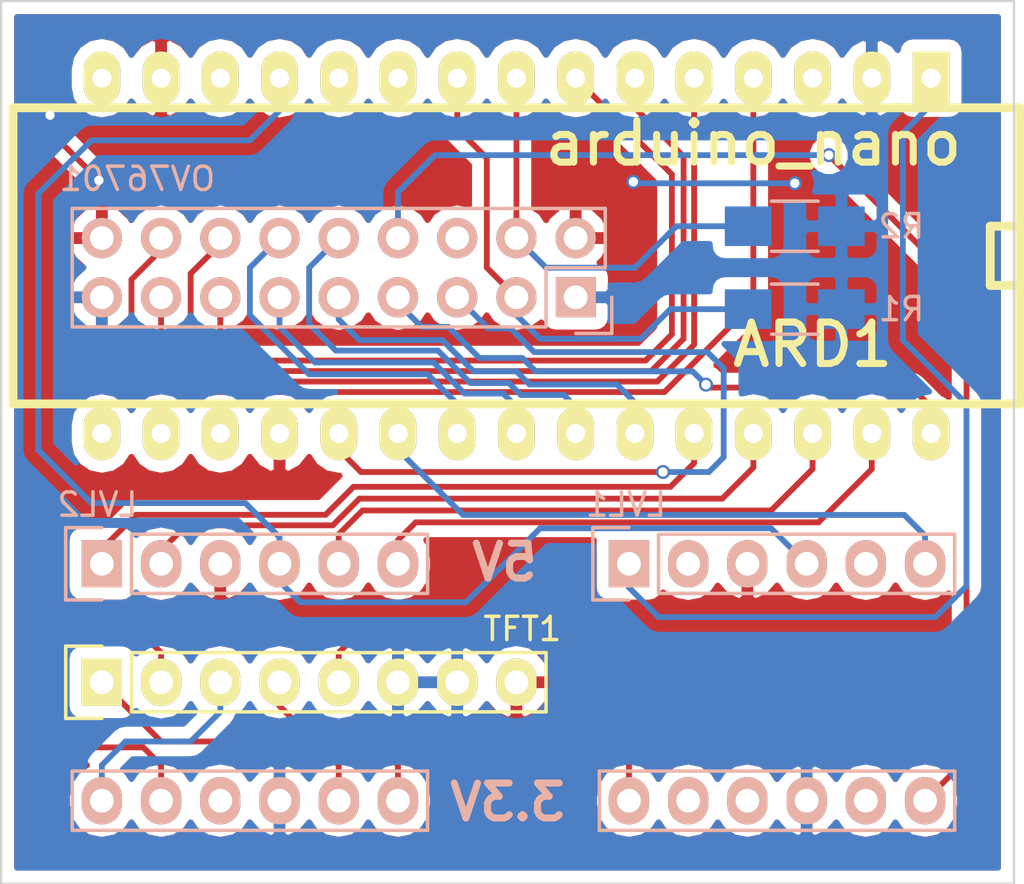
<source format=kicad_pcb>
(kicad_pcb (version 4) (host pcbnew 4.0.2-stable)

  (general
    (links 42)
    (no_connects 0)
    (area 119.075999 78.181999 162.610001 116.128001)
    (thickness 1.6)
    (drawings 6)
    (tracks 221)
    (zones 0)
    (modules 7)
    (nets 43)
  )

  (page A4)
  (layers
    (0 F.Cu signal)
    (31 B.Cu signal)
    (32 B.Adhes user)
    (33 F.Adhes user)
    (34 B.Paste user)
    (35 F.Paste user)
    (36 B.SilkS user)
    (37 F.SilkS user)
    (38 B.Mask user)
    (39 F.Mask user)
    (40 Dwgs.User user)
    (41 Cmts.User user)
    (42 Eco1.User user)
    (43 Eco2.User user)
    (44 Edge.Cuts user)
    (45 Margin user)
    (46 B.CrtYd user)
    (47 F.CrtYd user hide)
    (48 B.Fab user)
    (49 F.Fab user)
  )

  (setup
    (last_trace_width 0.25)
    (trace_clearance 0.2)
    (zone_clearance 0.508)
    (zone_45_only no)
    (trace_min 0.2)
    (segment_width 0.2)
    (edge_width 0.1)
    (via_size 0.6)
    (via_drill 0.4)
    (via_min_size 0.4)
    (via_min_drill 0.3)
    (uvia_size 0.3)
    (uvia_drill 0.1)
    (uvias_allowed no)
    (uvia_min_size 0.2)
    (uvia_min_drill 0.1)
    (pcb_text_width 0.3)
    (pcb_text_size 1.5 1.5)
    (mod_edge_width 0.15)
    (mod_text_size 1 1)
    (mod_text_width 0.15)
    (pad_size 1.5 1.5)
    (pad_drill 0.6)
    (pad_to_mask_clearance 0)
    (aux_axis_origin 0 0)
    (visible_elements 7FFFFFFF)
    (pcbplotparams
      (layerselection 0x010f0_80000001)
      (usegerberextensions true)
      (excludeedgelayer true)
      (linewidth 0.100000)
      (plotframeref false)
      (viasonmask false)
      (mode 1)
      (useauxorigin false)
      (hpglpennumber 1)
      (hpglpenspeed 20)
      (hpglpendiameter 15)
      (hpglpenoverlay 2)
      (psnegative false)
      (psa4output false)
      (plotreference true)
      (plotvalue false)
      (plotinvisibletext false)
      (padsonsilk false)
      (subtractmaskfromsilk false)
      (outputformat 1)
      (mirror false)
      (drillshape 0)
      (scaleselection 1)
      (outputdirectory gerber/))
  )

  (net 0 "")
  (net 1 "Net-(ARD1-Pad1)")
  (net 2 "Net-(ARD1-Pad2)")
  (net 3 "Net-(ARD1-Pad3)")
  (net 4 "Net-(ARD1-Pad4)")
  (net 5 "Net-(ARD1-Pad5)")
  (net 6 "Net-(ARD1-Pad6)")
  (net 7 "Net-(ARD1-Pad7)")
  (net 8 "Net-(ARD1-Pad8)")
  (net 9 "Net-(ARD1-Pad9)")
  (net 10 "Net-(ARD1-Pad10)")
  (net 11 "Net-(ARD1-Pad11)")
  (net 12 "Net-(ARD1-Pad12)")
  (net 13 "Net-(ARD1-Pad13)")
  (net 14 GND)
  (net 15 "Net-(ARD1-Pad15)")
  (net 16 "Net-(ARD1-Pad16)")
  (net 17 "Net-(ARD1-Pad17)")
  (net 18 "Net-(ARD1-Pad18)")
  (net 19 "Net-(ARD1-Pad20)")
  (net 20 "Net-(ARD1-Pad21)")
  (net 21 "Net-(ARD1-Pad22)")
  (net 22 "Net-(ARD1-Pad23)")
  (net 23 "Net-(ARD1-Pad24)")
  (net 24 "Net-(ARD1-Pad25)")
  (net 25 "Net-(ARD1-Pad26)")
  (net 26 "Net-(ARD1-Pad27)")
  (net 27 "Net-(ARD1-Pad28)")
  (net 28 "Net-(ARD1-Pad29)")
  (net 29 "Net-(ARD1-Pad30)")
  (net 30 "Net-(LVL1-Pad12)")
  (net 31 "Net-(LVL1-Pad5)")
  (net 32 "Net-(LVL1-Pad2)")
  (net 33 "Net-(LVL1-Pad11)")
  (net 34 "Net-(LVL1-Pad10)")
  (net 35 "Net-(LVL1-Pad8)")
  (net 36 "Net-(LVL1-Pad7)")
  (net 37 "Net-(LVL2-Pad12)")
  (net 38 "Net-(LVL2-Pad11)")
  (net 39 "Net-(LVL2-Pad10)")
  (net 40 "Net-(LVL2-Pad8)")
  (net 41 "Net-(LVL2-Pad7)")
  (net 42 "Net-(OV76701-Pad6)")

  (net_class Default "This is the default net class."
    (clearance 0.2)
    (trace_width 0.25)
    (via_dia 0.6)
    (via_drill 0.4)
    (uvia_dia 0.3)
    (uvia_drill 0.1)
    (add_net GND)
    (add_net "Net-(ARD1-Pad1)")
    (add_net "Net-(ARD1-Pad10)")
    (add_net "Net-(ARD1-Pad11)")
    (add_net "Net-(ARD1-Pad12)")
    (add_net "Net-(ARD1-Pad13)")
    (add_net "Net-(ARD1-Pad15)")
    (add_net "Net-(ARD1-Pad16)")
    (add_net "Net-(ARD1-Pad17)")
    (add_net "Net-(ARD1-Pad18)")
    (add_net "Net-(ARD1-Pad2)")
    (add_net "Net-(ARD1-Pad20)")
    (add_net "Net-(ARD1-Pad21)")
    (add_net "Net-(ARD1-Pad22)")
    (add_net "Net-(ARD1-Pad23)")
    (add_net "Net-(ARD1-Pad24)")
    (add_net "Net-(ARD1-Pad25)")
    (add_net "Net-(ARD1-Pad26)")
    (add_net "Net-(ARD1-Pad27)")
    (add_net "Net-(ARD1-Pad28)")
    (add_net "Net-(ARD1-Pad29)")
    (add_net "Net-(ARD1-Pad3)")
    (add_net "Net-(ARD1-Pad30)")
    (add_net "Net-(ARD1-Pad4)")
    (add_net "Net-(ARD1-Pad5)")
    (add_net "Net-(ARD1-Pad6)")
    (add_net "Net-(ARD1-Pad7)")
    (add_net "Net-(ARD1-Pad8)")
    (add_net "Net-(ARD1-Pad9)")
    (add_net "Net-(LVL1-Pad10)")
    (add_net "Net-(LVL1-Pad11)")
    (add_net "Net-(LVL1-Pad12)")
    (add_net "Net-(LVL1-Pad2)")
    (add_net "Net-(LVL1-Pad5)")
    (add_net "Net-(LVL1-Pad7)")
    (add_net "Net-(LVL1-Pad8)")
    (add_net "Net-(LVL2-Pad10)")
    (add_net "Net-(LVL2-Pad11)")
    (add_net "Net-(LVL2-Pad12)")
    (add_net "Net-(LVL2-Pad7)")
    (add_net "Net-(LVL2-Pad8)")
    (add_net "Net-(OV76701-Pad6)")
  )

  (module arduino:arduino_mini (layer F.Cu) (tedit 56DC85D6) (tstamp 56DC7A8E)
    (at 139.954 89.154 180)
    (descr "30 pins DIL package, elliptical pads, width 600mil (arduino mini)")
    (tags "DIL arduino mini")
    (path /56DC14B9)
    (fp_text reference ARD1 (at -13.97 -3.81 180) (layer F.SilkS)
      (effects (font (size 1.778 1.778) (thickness 0.3048)))
    )
    (fp_text value arduino_nano (at -11.43 4.826 180) (layer F.SilkS)
      (effects (font (size 1.778 1.778) (thickness 0.3048)))
    )
    (fp_line (start -22.86 -6.35) (end 20.32 -6.35) (layer F.SilkS) (width 0.381))
    (fp_line (start 20.32 -6.35) (end 20.32 6.35) (layer F.SilkS) (width 0.381))
    (fp_line (start 20.32 6.35) (end -22.86 6.35) (layer F.SilkS) (width 0.381))
    (fp_line (start -22.86 6.35) (end -22.86 -6.35) (layer F.SilkS) (width 0.381))
    (fp_line (start -22.86 1.27) (end -21.59 1.27) (layer F.SilkS) (width 0.381))
    (fp_line (start -21.59 1.27) (end -21.59 -1.27) (layer F.SilkS) (width 0.381))
    (fp_line (start -21.59 -1.27) (end -22.86 -1.27) (layer F.SilkS) (width 0.381))
    (pad 1 thru_hole rect (at -19.05 7.62 180) (size 1.5748 2.286) (drill 0.8128) (layers *.Cu *.Mask F.SilkS)
      (net 1 "Net-(ARD1-Pad1)"))
    (pad 2 thru_hole oval (at -16.51 7.62 180) (size 1.5748 2.286) (drill 0.8128) (layers *.Cu *.Mask F.SilkS)
      (net 2 "Net-(ARD1-Pad2)"))
    (pad 3 thru_hole oval (at -13.97 7.62 180) (size 1.5748 2.286) (drill 0.8128) (layers *.Cu *.Mask F.SilkS)
      (net 3 "Net-(ARD1-Pad3)"))
    (pad 4 thru_hole oval (at -11.43 7.62 180) (size 1.5748 2.286) (drill 0.8128) (layers *.Cu *.Mask F.SilkS)
      (net 4 "Net-(ARD1-Pad4)"))
    (pad 5 thru_hole oval (at -8.89 7.62 180) (size 1.5748 2.286) (drill 0.8128) (layers *.Cu *.Mask F.SilkS)
      (net 5 "Net-(ARD1-Pad5)"))
    (pad 6 thru_hole oval (at -6.35 7.62 180) (size 1.5748 2.286) (drill 0.8128) (layers *.Cu *.Mask F.SilkS)
      (net 6 "Net-(ARD1-Pad6)"))
    (pad 7 thru_hole oval (at -3.81 7.62 180) (size 1.5748 2.286) (drill 0.8128) (layers *.Cu *.Mask F.SilkS)
      (net 7 "Net-(ARD1-Pad7)"))
    (pad 8 thru_hole oval (at -1.27 7.62 180) (size 1.5748 2.286) (drill 0.8128) (layers *.Cu *.Mask F.SilkS)
      (net 8 "Net-(ARD1-Pad8)"))
    (pad 9 thru_hole oval (at 1.27 7.62 180) (size 1.5748 2.286) (drill 0.8128) (layers *.Cu *.Mask F.SilkS)
      (net 9 "Net-(ARD1-Pad9)"))
    (pad 10 thru_hole oval (at 3.81 7.62 180) (size 1.5748 2.286) (drill 0.8128) (layers *.Cu *.Mask F.SilkS)
      (net 10 "Net-(ARD1-Pad10)"))
    (pad 11 thru_hole oval (at 6.35 7.62 180) (size 1.5748 2.286) (drill 0.8128) (layers *.Cu *.Mask F.SilkS)
      (net 11 "Net-(ARD1-Pad11)"))
    (pad 12 thru_hole oval (at 8.89 7.62 180) (size 1.5748 2.286) (drill 0.8128) (layers *.Cu *.Mask F.SilkS)
      (net 12 "Net-(ARD1-Pad12)"))
    (pad 13 thru_hole oval (at 11.43 7.62 180) (size 1.5748 2.286) (drill 0.8128) (layers *.Cu *.Mask F.SilkS)
      (net 13 "Net-(ARD1-Pad13)"))
    (pad 14 thru_hole oval (at 13.97 7.62 180) (size 1.5748 2.286) (drill 0.8128) (layers *.Cu *.Mask F.SilkS)
      (net 14 GND))
    (pad 15 thru_hole oval (at 16.51 7.62 180) (size 1.5748 2.286) (drill 0.8128) (layers *.Cu *.Mask F.SilkS)
      (net 15 "Net-(ARD1-Pad15)"))
    (pad 16 thru_hole oval (at 16.51 -7.62 180) (size 1.5748 2.286) (drill 0.8128) (layers *.Cu *.Mask F.SilkS)
      (net 16 "Net-(ARD1-Pad16)"))
    (pad 17 thru_hole oval (at 13.97 -7.62 180) (size 1.5748 2.286) (drill 0.8128) (layers *.Cu *.Mask F.SilkS)
      (net 17 "Net-(ARD1-Pad17)"))
    (pad 18 thru_hole oval (at 11.43 -7.62 180) (size 1.5748 2.286) (drill 0.8128) (layers *.Cu *.Mask F.SilkS)
      (net 18 "Net-(ARD1-Pad18)"))
    (pad 19 thru_hole oval (at 8.89 -7.62 180) (size 1.5748 2.286) (drill 0.8128) (layers *.Cu *.Mask F.SilkS)
      (net 14 GND))
    (pad 20 thru_hole oval (at 6.35 -7.62 180) (size 1.5748 2.286) (drill 0.8128) (layers *.Cu *.Mask F.SilkS)
      (net 19 "Net-(ARD1-Pad20)"))
    (pad 21 thru_hole oval (at 3.81 -7.62 180) (size 1.5748 2.286) (drill 0.8128) (layers *.Cu *.Mask F.SilkS)
      (net 20 "Net-(ARD1-Pad21)"))
    (pad 22 thru_hole oval (at 1.27 -7.62 180) (size 1.5748 2.286) (drill 0.8128) (layers *.Cu *.Mask F.SilkS)
      (net 21 "Net-(ARD1-Pad22)"))
    (pad 23 thru_hole oval (at -1.27 -7.62 180) (size 1.5748 2.286) (drill 0.8128) (layers *.Cu *.Mask F.SilkS)
      (net 22 "Net-(ARD1-Pad23)"))
    (pad 24 thru_hole oval (at -3.81 -7.62 180) (size 1.5748 2.286) (drill 0.8128) (layers *.Cu *.Mask F.SilkS)
      (net 23 "Net-(ARD1-Pad24)"))
    (pad 25 thru_hole oval (at -6.35 -7.62 180) (size 1.5748 2.286) (drill 0.8128) (layers *.Cu *.Mask F.SilkS)
      (net 24 "Net-(ARD1-Pad25)"))
    (pad 26 thru_hole oval (at -8.89 -7.62 180) (size 1.5748 2.286) (drill 0.8128) (layers *.Cu *.Mask F.SilkS)
      (net 25 "Net-(ARD1-Pad26)"))
    (pad 27 thru_hole oval (at -11.43 -7.62 180) (size 1.5748 2.286) (drill 0.8128) (layers *.Cu *.Mask F.SilkS)
      (net 26 "Net-(ARD1-Pad27)"))
    (pad 28 thru_hole oval (at -13.97 -7.62 180) (size 1.5748 2.286) (drill 0.8128) (layers *.Cu *.Mask F.SilkS)
      (net 27 "Net-(ARD1-Pad28)"))
    (pad 29 thru_hole oval (at -16.51 -7.62 180) (size 1.5748 2.286) (drill 0.8128) (layers *.Cu *.Mask F.SilkS)
      (net 28 "Net-(ARD1-Pad29)"))
    (pad 30 thru_hole oval (at -19.05 -7.62 180) (size 1.5748 2.286) (drill 0.8128) (layers *.Cu *.Mask F.SilkS)
      (net 29 "Net-(ARD1-Pad30)"))
  )

  (module LevelShifter_4ch:LevelShifter_2x6_10.16mm (layer B.Cu) (tedit 56DC8518) (tstamp 56DC7AB1)
    (at 146.05 107.442 270)
    (descr "Bi-drectional level shifter")
    (tags "Level shifter")
    (path /56DC38A6)
    (fp_text reference LVL1 (at -7.62 0.127 540) (layer B.SilkS)
      (effects (font (size 1 1) (thickness 0.15)) (justify mirror))
    )
    (fp_text value LevelShifter_4ch (at -7.62 -8.509 540) (layer B.Fab)
      (effects (font (size 1 1) (thickness 0.15)) (justify mirror))
    )
    (fp_line (start -6.63 1.55) (end -3.53 1.55) (layer B.SilkS) (width 0.15))
    (fp_line (start -6.63 0) (end -6.63 1.55) (layer B.SilkS) (width 0.15))
    (fp_line (start -3.81 -1.27) (end -6.35 -1.27) (layer B.SilkS) (width 0.15))
    (fp_line (start -3.53 1.55) (end -3.53 0) (layer B.SilkS) (width 0.15))
    (fp_line (start -6.35 -13.97) (end -6.35 -1.27) (layer B.SilkS) (width 0.15))
    (fp_line (start -3.81 -13.97) (end -6.35 -13.97) (layer B.SilkS) (width 0.15))
    (fp_line (start -3.81 -1.27) (end -3.81 -13.97) (layer B.SilkS) (width 0.15))
    (fp_line (start -6.83 -14.45) (end -3.33 -14.45) (layer B.CrtYd) (width 0.05))
    (fp_line (start -6.83 1.75) (end -3.33 1.75) (layer B.CrtYd) (width 0.05))
    (fp_line (start -3.33 1.75) (end -3.33 -14.45) (layer B.CrtYd) (width 0.05))
    (fp_line (start -6.83 1.75) (end -6.83 -14.45) (layer B.CrtYd) (width 0.05))
    (fp_line (start 3.33 1.75) (end 3.33 -14.45) (layer B.CrtYd) (width 0.05))
    (fp_line (start 6.83 1.75) (end 6.83 -14.45) (layer B.CrtYd) (width 0.05))
    (fp_line (start 3.33 1.75) (end 6.83 1.75) (layer B.CrtYd) (width 0.05))
    (fp_line (start 3.33 -14.45) (end 6.83 -14.45) (layer B.CrtYd) (width 0.05))
    (fp_line (start 6.35 1.27) (end 6.35 -13.97) (layer B.SilkS) (width 0.15))
    (fp_line (start 6.35 -13.97) (end 3.81 -13.97) (layer B.SilkS) (width 0.15))
    (fp_line (start 3.81 -13.97) (end 3.81 1.27) (layer B.SilkS) (width 0.15))
    (fp_line (start 6.35 1.27) (end 3.81 1.27) (layer B.SilkS) (width 0.15))
    (pad 12 thru_hole oval (at 5.08 0 270) (size 2.032 1.7272) (drill 1.016) (layers *.Cu *.Mask B.SilkS)
      (net 30 "Net-(LVL1-Pad12)"))
    (pad 6 thru_hole oval (at -5.08 -12.7 270) (size 2.032 1.7272) (drill 1.016) (layers *.Cu *.Mask B.SilkS)
      (net 20 "Net-(ARD1-Pad21)"))
    (pad 5 thru_hole oval (at -5.08 -10.16 270) (size 2.032 1.7272) (drill 1.016) (layers *.Cu *.Mask B.SilkS)
      (net 31 "Net-(LVL1-Pad5)"))
    (pad 4 thru_hole oval (at -5.08 -7.62 270) (size 2.032 1.7272) (drill 1.016) (layers *.Cu *.Mask B.SilkS)
      (net 12 "Net-(ARD1-Pad12)"))
    (pad 3 thru_hole oval (at -5.08 -5.08 270) (size 2.032 1.7272) (drill 1.016) (layers *.Cu *.Mask B.SilkS)
      (net 14 GND))
    (pad 2 thru_hole oval (at -5.08 -2.54 270) (size 2.032 1.7272) (drill 1.016) (layers *.Cu *.Mask B.SilkS)
      (net 32 "Net-(LVL1-Pad2)"))
    (pad 1 thru_hole rect (at -5.08 0 270) (size 2.032 1.7272) (drill 1.016) (layers *.Cu *.Mask B.SilkS)
      (net 1 "Net-(ARD1-Pad1)"))
    (pad 11 thru_hole oval (at 5.08 -2.54 270) (size 2.032 1.7272) (drill 1.016) (layers *.Cu *.Mask B.SilkS)
      (net 33 "Net-(LVL1-Pad11)"))
    (pad 10 thru_hole oval (at 5.08 -5.08 270) (size 2.032 1.7272) (drill 1.016) (layers *.Cu *.Mask B.SilkS)
      (net 34 "Net-(LVL1-Pad10)"))
    (pad 9 thru_hole oval (at 5.08 -7.62 270) (size 2.032 1.7272) (drill 1.016) (layers *.Cu *.Mask B.SilkS)
      (net 2 "Net-(ARD1-Pad2)"))
    (pad 8 thru_hole oval (at 5.08 -10.16 270) (size 2.032 1.7272) (drill 1.016) (layers *.Cu *.Mask B.SilkS)
      (net 35 "Net-(LVL1-Pad8)"))
    (pad 7 thru_hole oval (at 5.08 -12.7 270) (size 2.032 1.7272) (drill 1.016) (layers *.Cu *.Mask B.SilkS)
      (net 36 "Net-(LVL1-Pad7)"))
  )

  (module LevelShifter_4ch:LevelShifter_2x6_10.16mm (layer B.Cu) (tedit 56DC8512) (tstamp 56DC7AD4)
    (at 123.444 107.442 270)
    (descr "Bi-drectional level shifter")
    (tags "Level shifter")
    (path /56DC393D)
    (fp_text reference LVL2 (at -7.62 0.1905 540) (layer B.SilkS)
      (effects (font (size 1 1) (thickness 0.15)) (justify mirror))
    )
    (fp_text value LevelShifter_4ch (at -7.62 -8.4455 540) (layer B.Fab)
      (effects (font (size 1 1) (thickness 0.15)) (justify mirror))
    )
    (fp_line (start -6.63 1.55) (end -3.53 1.55) (layer B.SilkS) (width 0.15))
    (fp_line (start -6.63 0) (end -6.63 1.55) (layer B.SilkS) (width 0.15))
    (fp_line (start -3.81 -1.27) (end -6.35 -1.27) (layer B.SilkS) (width 0.15))
    (fp_line (start -3.53 1.55) (end -3.53 0) (layer B.SilkS) (width 0.15))
    (fp_line (start -6.35 -13.97) (end -6.35 -1.27) (layer B.SilkS) (width 0.15))
    (fp_line (start -3.81 -13.97) (end -6.35 -13.97) (layer B.SilkS) (width 0.15))
    (fp_line (start -3.81 -1.27) (end -3.81 -13.97) (layer B.SilkS) (width 0.15))
    (fp_line (start -6.83 -14.45) (end -3.33 -14.45) (layer B.CrtYd) (width 0.05))
    (fp_line (start -6.83 1.75) (end -3.33 1.75) (layer B.CrtYd) (width 0.05))
    (fp_line (start -3.33 1.75) (end -3.33 -14.45) (layer B.CrtYd) (width 0.05))
    (fp_line (start -6.83 1.75) (end -6.83 -14.45) (layer B.CrtYd) (width 0.05))
    (fp_line (start 3.33 1.75) (end 3.33 -14.45) (layer B.CrtYd) (width 0.05))
    (fp_line (start 6.83 1.75) (end 6.83 -14.45) (layer B.CrtYd) (width 0.05))
    (fp_line (start 3.33 1.75) (end 6.83 1.75) (layer B.CrtYd) (width 0.05))
    (fp_line (start 3.33 -14.45) (end 6.83 -14.45) (layer B.CrtYd) (width 0.05))
    (fp_line (start 6.35 1.27) (end 6.35 -13.97) (layer B.SilkS) (width 0.15))
    (fp_line (start 6.35 -13.97) (end 3.81 -13.97) (layer B.SilkS) (width 0.15))
    (fp_line (start 3.81 -13.97) (end 3.81 1.27) (layer B.SilkS) (width 0.15))
    (fp_line (start 6.35 1.27) (end 3.81 1.27) (layer B.SilkS) (width 0.15))
    (pad 12 thru_hole oval (at 5.08 0 270) (size 2.032 1.7272) (drill 1.016) (layers *.Cu *.Mask B.SilkS)
      (net 37 "Net-(LVL2-Pad12)"))
    (pad 6 thru_hole oval (at -5.08 -12.7 270) (size 2.032 1.7272) (drill 1.016) (layers *.Cu *.Mask B.SilkS)
      (net 28 "Net-(ARD1-Pad29)"))
    (pad 5 thru_hole oval (at -5.08 -10.16 270) (size 2.032 1.7272) (drill 1.016) (layers *.Cu *.Mask B.SilkS)
      (net 27 "Net-(ARD1-Pad28)"))
    (pad 4 thru_hole oval (at -5.08 -7.62 270) (size 2.032 1.7272) (drill 1.016) (layers *.Cu *.Mask B.SilkS)
      (net 12 "Net-(ARD1-Pad12)"))
    (pad 3 thru_hole oval (at -5.08 -5.08 270) (size 2.032 1.7272) (drill 1.016) (layers *.Cu *.Mask B.SilkS)
      (net 14 GND))
    (pad 2 thru_hole oval (at -5.08 -2.54 270) (size 2.032 1.7272) (drill 1.016) (layers *.Cu *.Mask B.SilkS)
      (net 26 "Net-(ARD1-Pad27)"))
    (pad 1 thru_hole rect (at -5.08 0 270) (size 2.032 1.7272) (drill 1.016) (layers *.Cu *.Mask B.SilkS)
      (net 25 "Net-(ARD1-Pad26)"))
    (pad 11 thru_hole oval (at 5.08 -2.54 270) (size 2.032 1.7272) (drill 1.016) (layers *.Cu *.Mask B.SilkS)
      (net 38 "Net-(LVL2-Pad11)"))
    (pad 10 thru_hole oval (at 5.08 -5.08 270) (size 2.032 1.7272) (drill 1.016) (layers *.Cu *.Mask B.SilkS)
      (net 39 "Net-(LVL2-Pad10)"))
    (pad 9 thru_hole oval (at 5.08 -7.62 270) (size 2.032 1.7272) (drill 1.016) (layers *.Cu *.Mask B.SilkS)
      (net 2 "Net-(ARD1-Pad2)"))
    (pad 8 thru_hole oval (at 5.08 -10.16 270) (size 2.032 1.7272) (drill 1.016) (layers *.Cu *.Mask B.SilkS)
      (net 40 "Net-(LVL2-Pad8)"))
    (pad 7 thru_hole oval (at 5.08 -12.7 270) (size 2.032 1.7272) (drill 1.016) (layers *.Cu *.Mask B.SilkS)
      (net 41 "Net-(LVL2-Pad7)"))
  )

  (module Pin_Headers:Pin_Header_Straight_2x09 (layer B.Cu) (tedit 56DC8577) (tstamp 56DC7AF6)
    (at 143.764 90.932 90)
    (descr "Through hole pin header")
    (tags "pin header")
    (path /56DC160D)
    (fp_text reference OV76701 (at 5.08 -18.796 180) (layer B.SilkS)
      (effects (font (size 1 1) (thickness 0.15)) (justify mirror))
    )
    (fp_text value Camera_OV7670 (at 5.334 -4.064 360) (layer B.Fab)
      (effects (font (size 1 1) (thickness 0.15)) (justify mirror))
    )
    (fp_line (start -1.75 1.75) (end -1.75 -22.1) (layer B.CrtYd) (width 0.05))
    (fp_line (start 4.3 1.75) (end 4.3 -22.1) (layer B.CrtYd) (width 0.05))
    (fp_line (start -1.75 1.75) (end 4.3 1.75) (layer B.CrtYd) (width 0.05))
    (fp_line (start -1.75 -22.1) (end 4.3 -22.1) (layer B.CrtYd) (width 0.05))
    (fp_line (start 3.81 -21.59) (end 3.81 1.27) (layer B.SilkS) (width 0.15))
    (fp_line (start -1.27 -1.27) (end -1.27 -21.59) (layer B.SilkS) (width 0.15))
    (fp_line (start 3.81 -21.59) (end -1.27 -21.59) (layer B.SilkS) (width 0.15))
    (fp_line (start 3.81 1.27) (end 1.27 1.27) (layer B.SilkS) (width 0.15))
    (fp_line (start 0 1.55) (end -1.55 1.55) (layer B.SilkS) (width 0.15))
    (fp_line (start 1.27 1.27) (end 1.27 -1.27) (layer B.SilkS) (width 0.15))
    (fp_line (start 1.27 -1.27) (end -1.27 -1.27) (layer B.SilkS) (width 0.15))
    (fp_line (start -1.55 1.55) (end -1.55 0) (layer B.SilkS) (width 0.15))
    (pad 1 thru_hole rect (at 0 0 90) (size 1.7272 1.7272) (drill 1.016) (layers *.Cu *.Mask B.SilkS)
      (net 2 "Net-(ARD1-Pad2)"))
    (pad 2 thru_hole oval (at 2.54 0 90) (size 1.7272 1.7272) (drill 1.016) (layers *.Cu *.Mask B.SilkS)
      (net 14 GND))
    (pad 3 thru_hole oval (at 0 -2.54 90) (size 1.7272 1.7272) (drill 1.016) (layers *.Cu *.Mask B.SilkS)
      (net 9 "Net-(ARD1-Pad9)"))
    (pad 4 thru_hole oval (at 2.54 -2.54 90) (size 1.7272 1.7272) (drill 1.016) (layers *.Cu *.Mask B.SilkS)
      (net 8 "Net-(ARD1-Pad8)"))
    (pad 5 thru_hole oval (at 0 -5.08 90) (size 1.7272 1.7272) (drill 1.016) (layers *.Cu *.Mask B.SilkS)
      (net 19 "Net-(ARD1-Pad20)"))
    (pad 6 thru_hole oval (at 2.54 -5.08 90) (size 1.7272 1.7272) (drill 1.016) (layers *.Cu *.Mask B.SilkS)
      (net 42 "Net-(OV76701-Pad6)"))
    (pad 7 thru_hole oval (at 0 -7.62 90) (size 1.7272 1.7272) (drill 1.016) (layers *.Cu *.Mask B.SilkS)
      (net 29 "Net-(ARD1-Pad30)"))
    (pad 8 thru_hole oval (at 2.54 -7.62 90) (size 1.7272 1.7272) (drill 1.016) (layers *.Cu *.Mask B.SilkS)
      (net 36 "Net-(LVL1-Pad7)"))
    (pad 9 thru_hole oval (at 0 -10.16 90) (size 1.7272 1.7272) (drill 1.016) (layers *.Cu *.Mask B.SilkS)
      (net 24 "Net-(ARD1-Pad25)"))
    (pad 10 thru_hole oval (at 2.54 -10.16 90) (size 1.7272 1.7272) (drill 1.016) (layers *.Cu *.Mask B.SilkS)
      (net 23 "Net-(ARD1-Pad24)"))
    (pad 11 thru_hole oval (at 0 -12.7 90) (size 1.7272 1.7272) (drill 1.016) (layers *.Cu *.Mask B.SilkS)
      (net 22 "Net-(ARD1-Pad23)"))
    (pad 12 thru_hole oval (at 2.54 -12.7 90) (size 1.7272 1.7272) (drill 1.016) (layers *.Cu *.Mask B.SilkS)
      (net 21 "Net-(ARD1-Pad22)"))
    (pad 13 thru_hole oval (at 0 -15.24 90) (size 1.7272 1.7272) (drill 1.016) (layers *.Cu *.Mask B.SilkS)
      (net 7 "Net-(ARD1-Pad7)"))
    (pad 14 thru_hole oval (at 2.54 -15.24 90) (size 1.7272 1.7272) (drill 1.016) (layers *.Cu *.Mask B.SilkS)
      (net 6 "Net-(ARD1-Pad6)"))
    (pad 15 thru_hole oval (at 0 -17.78 90) (size 1.7272 1.7272) (drill 1.016) (layers *.Cu *.Mask B.SilkS)
      (net 5 "Net-(ARD1-Pad5)"))
    (pad 16 thru_hole oval (at 2.54 -17.78 90) (size 1.7272 1.7272) (drill 1.016) (layers *.Cu *.Mask B.SilkS)
      (net 4 "Net-(ARD1-Pad4)"))
    (pad 17 thru_hole oval (at 0 -20.32 90) (size 1.7272 1.7272) (drill 1.016) (layers *.Cu *.Mask B.SilkS)
      (net 2 "Net-(ARD1-Pad2)"))
    (pad 18 thru_hole oval (at 2.54 -20.32 90) (size 1.7272 1.7272) (drill 1.016) (layers *.Cu *.Mask B.SilkS)
      (net 14 GND))
    (model Pin_Headers.3dshapes/Pin_Header_Straight_2x09.wrl
      (at (xyz 0.05 -0.4 0))
      (scale (xyz 1 1 1))
      (rotate (xyz 0 0 90))
    )
  )

  (module Resistors_SMD:R_1206_HandSoldering (layer B.Cu) (tedit 56DC85BE) (tstamp 56DC7B02)
    (at 153.162 91.44 180)
    (descr "Resistor SMD 1206, hand soldering")
    (tags "resistor 1206")
    (path /56DC1DFB)
    (attr smd)
    (fp_text reference R1 (at -4.572 0 180) (layer B.SilkS)
      (effects (font (size 1 1) (thickness 0.15)) (justify mirror))
    )
    (fp_text value 10k (at 0 -2.032 180) (layer B.Fab)
      (effects (font (size 1 1) (thickness 0.15)) (justify mirror))
    )
    (fp_line (start -3.3 1.2) (end 3.3 1.2) (layer B.CrtYd) (width 0.05))
    (fp_line (start -3.3 -1.2) (end 3.3 -1.2) (layer B.CrtYd) (width 0.05))
    (fp_line (start -3.3 1.2) (end -3.3 -1.2) (layer B.CrtYd) (width 0.05))
    (fp_line (start 3.3 1.2) (end 3.3 -1.2) (layer B.CrtYd) (width 0.05))
    (fp_line (start 1 -1.075) (end -1 -1.075) (layer B.SilkS) (width 0.15))
    (fp_line (start -1 1.075) (end 1 1.075) (layer B.SilkS) (width 0.15))
    (pad 1 smd rect (at -2 0 180) (size 2 1.7) (layers B.Cu B.Paste B.Mask)
      (net 2 "Net-(ARD1-Pad2)"))
    (pad 2 smd rect (at 2 0 180) (size 2 1.7) (layers B.Cu B.Paste B.Mask)
      (net 9 "Net-(ARD1-Pad9)"))
    (model Resistors_SMD.3dshapes/R_1206_HandSoldering.wrl
      (at (xyz 0 0 0))
      (scale (xyz 1 1 1))
      (rotate (xyz 0 0 0))
    )
  )

  (module Resistors_SMD:R_1206_HandSoldering (layer B.Cu) (tedit 56DC85B0) (tstamp 56DC7B0E)
    (at 153.162 87.884 180)
    (descr "Resistor SMD 1206, hand soldering")
    (tags "resistor 1206")
    (path /56DC2025)
    (attr smd)
    (fp_text reference R2 (at -4.572 0 180) (layer B.SilkS)
      (effects (font (size 1 1) (thickness 0.15)) (justify mirror))
    )
    (fp_text value 10k (at 0 2.032 180) (layer B.Fab)
      (effects (font (size 1 1) (thickness 0.15)) (justify mirror))
    )
    (fp_line (start -3.3 1.2) (end 3.3 1.2) (layer B.CrtYd) (width 0.05))
    (fp_line (start -3.3 -1.2) (end 3.3 -1.2) (layer B.CrtYd) (width 0.05))
    (fp_line (start -3.3 1.2) (end -3.3 -1.2) (layer B.CrtYd) (width 0.05))
    (fp_line (start 3.3 1.2) (end 3.3 -1.2) (layer B.CrtYd) (width 0.05))
    (fp_line (start 1 -1.075) (end -1 -1.075) (layer B.SilkS) (width 0.15))
    (fp_line (start -1 1.075) (end 1 1.075) (layer B.SilkS) (width 0.15))
    (pad 1 smd rect (at -2 0 180) (size 2 1.7) (layers B.Cu B.Paste B.Mask)
      (net 2 "Net-(ARD1-Pad2)"))
    (pad 2 smd rect (at 2 0 180) (size 2 1.7) (layers B.Cu B.Paste B.Mask)
      (net 8 "Net-(ARD1-Pad8)"))
    (model Resistors_SMD.3dshapes/R_1206_HandSoldering.wrl
      (at (xyz 0 0 0))
      (scale (xyz 1 1 1))
      (rotate (xyz 0 0 0))
    )
  )

  (module Pin_Headers:Pin_Header_Straight_1x08 (layer F.Cu) (tedit 56DC8551) (tstamp 56DC7B25)
    (at 123.444 107.442 90)
    (descr "Through hole pin header")
    (tags "pin header")
    (path /56DC3BDB)
    (fp_text reference TFT1 (at 2.286 18.034 180) (layer F.SilkS)
      (effects (font (size 1 1) (thickness 0.15)))
    )
    (fp_text value TFT_1.8inch (at 2.032 2.286 180) (layer F.Fab)
      (effects (font (size 1 1) (thickness 0.15)))
    )
    (fp_line (start -1.75 -1.75) (end -1.75 19.55) (layer F.CrtYd) (width 0.05))
    (fp_line (start 1.75 -1.75) (end 1.75 19.55) (layer F.CrtYd) (width 0.05))
    (fp_line (start -1.75 -1.75) (end 1.75 -1.75) (layer F.CrtYd) (width 0.05))
    (fp_line (start -1.75 19.55) (end 1.75 19.55) (layer F.CrtYd) (width 0.05))
    (fp_line (start 1.27 1.27) (end 1.27 19.05) (layer F.SilkS) (width 0.15))
    (fp_line (start 1.27 19.05) (end -1.27 19.05) (layer F.SilkS) (width 0.15))
    (fp_line (start -1.27 19.05) (end -1.27 1.27) (layer F.SilkS) (width 0.15))
    (fp_line (start 1.55 -1.55) (end 1.55 0) (layer F.SilkS) (width 0.15))
    (fp_line (start 1.27 1.27) (end -1.27 1.27) (layer F.SilkS) (width 0.15))
    (fp_line (start -1.55 0) (end -1.55 -1.55) (layer F.SilkS) (width 0.15))
    (fp_line (start -1.55 -1.55) (end 1.55 -1.55) (layer F.SilkS) (width 0.15))
    (pad 1 thru_hole rect (at 0 0 90) (size 2.032 1.7272) (drill 1.016) (layers *.Cu *.Mask F.SilkS)
      (net 40 "Net-(LVL2-Pad8)"))
    (pad 2 thru_hole oval (at 0 2.54 90) (size 2.032 1.7272) (drill 1.016) (layers *.Cu *.Mask F.SilkS)
      (net 38 "Net-(LVL2-Pad11)"))
    (pad 3 thru_hole oval (at 0 5.08 90) (size 2.032 1.7272) (drill 1.016) (layers *.Cu *.Mask F.SilkS)
      (net 37 "Net-(LVL2-Pad12)"))
    (pad 4 thru_hole oval (at 0 7.62 90) (size 2.032 1.7272) (drill 1.016) (layers *.Cu *.Mask F.SilkS)
      (net 41 "Net-(LVL2-Pad7)"))
    (pad 5 thru_hole oval (at 0 10.16 90) (size 2.032 1.7272) (drill 1.016) (layers *.Cu *.Mask F.SilkS)
      (net 30 "Net-(LVL1-Pad12)"))
    (pad 6 thru_hole oval (at 0 12.7 90) (size 2.032 1.7272) (drill 1.016) (layers *.Cu *.Mask F.SilkS)
      (net 2 "Net-(ARD1-Pad2)"))
    (pad 7 thru_hole oval (at 0 15.24 90) (size 2.032 1.7272) (drill 1.016) (layers *.Cu *.Mask F.SilkS)
      (net 2 "Net-(ARD1-Pad2)"))
    (pad 8 thru_hole oval (at 0 17.78 90) (size 2.032 1.7272) (drill 1.016) (layers *.Cu *.Mask F.SilkS)
      (net 14 GND))
    (model Pin_Headers.3dshapes/Pin_Header_Straight_1x08.wrl
      (at (xyz 0 -0.35 0))
      (scale (xyz 1 1 1))
      (rotate (xyz 0 0 90))
    )
  )

  (gr_text 5V (at 140.716 102.2985) (layer B.SilkS)
    (effects (font (size 1.5 1.5) (thickness 0.3)) (justify mirror))
  )
  (gr_text 3.3V (at 140.843 112.5855) (layer B.SilkS)
    (effects (font (size 1.5 1.5) (thickness 0.3)) (justify mirror))
  )
  (gr_line (start 119.126 116.078) (end 119.126 78.232) (angle 90) (layer Edge.Cuts) (width 0.1))
  (gr_line (start 162.56 116.078) (end 119.126 116.078) (angle 90) (layer Edge.Cuts) (width 0.1))
  (gr_line (start 162.56 78.232) (end 162.56 116.078) (angle 90) (layer Edge.Cuts) (width 0.1))
  (gr_line (start 119.126 78.232) (end 162.56 78.232) (angle 90) (layer Edge.Cuts) (width 0.1))

  (segment (start 146.05 102.362) (end 146.05 103.378) (width 0.25) (layer B.Cu) (net 1))
  (segment (start 146.05 103.378) (end 147.32 104.648) (width 0.25) (layer B.Cu) (net 1) (tstamp 56DC975C))
  (segment (start 157.7975 83.8835) (end 159.004 82.677) (width 0.25) (layer B.Cu) (net 1) (tstamp 56DC977E))
  (segment (start 157.7975 92.7735) (end 157.7975 83.8835) (width 0.25) (layer B.Cu) (net 1) (tstamp 56DC977B))
  (segment (start 160.528 95.504) (end 157.7975 92.7735) (width 0.25) (layer B.Cu) (net 1) (tstamp 56DC9774))
  (segment (start 160.528 103.3145) (end 160.528 95.504) (width 0.25) (layer B.Cu) (net 1) (tstamp 56DC976E))
  (segment (start 159.1945 104.648) (end 160.528 103.3145) (width 0.25) (layer B.Cu) (net 1) (tstamp 56DC9764))
  (segment (start 147.32 104.648) (end 159.1945 104.648) (width 0.25) (layer B.Cu) (net 1) (tstamp 56DC975F))
  (segment (start 159.004 82.677) (end 159.004 81.534) (width 0.25) (layer B.Cu) (net 1) (tstamp 56DC9782))
  (segment (start 146.05 102.362) (end 146.05 103.124) (width 0.25) (layer B.Cu) (net 1))
  (segment (start 123.444 90.932) (end 122.174 90.932) (width 0.25) (layer B.Cu) (net 2))
  (via (at 121.2215 83.1215) (size 0.6) (drill 0.4) (layers F.Cu B.Cu) (net 2))
  (segment (start 121.2215 83.82) (end 121.2215 83.1215) (width 0.25) (layer F.Cu) (net 2) (tstamp 56DC9AD2))
  (segment (start 123.317 85.9155) (end 121.2215 83.82) (width 0.25) (layer F.Cu) (net 2) (tstamp 56DC9AD1))
  (via (at 123.317 85.9155) (size 0.6) (drill 0.4) (layers F.Cu B.Cu) (net 2))
  (segment (start 123.19 85.9155) (end 123.317 85.9155) (width 0.25) (layer B.Cu) (net 2) (tstamp 56DC9ACE))
  (segment (start 121.92 87.1855) (end 123.19 85.9155) (width 0.25) (layer B.Cu) (net 2) (tstamp 56DC9ACC))
  (segment (start 121.92 90.678) (end 121.92 87.1855) (width 0.25) (layer B.Cu) (net 2) (tstamp 56DC9ACB))
  (segment (start 122.174 90.932) (end 121.92 90.678) (width 0.25) (layer B.Cu) (net 2) (tstamp 56DC9AC8))
  (segment (start 125.984 88.392) (end 125.984 88.9) (width 0.25) (layer F.Cu) (net 4))
  (segment (start 125.984 88.9) (end 124.714 90.17) (width 0.25) (layer F.Cu) (net 4) (tstamp 56DC9196))
  (segment (start 151.384 91.186) (end 151.384 81.534) (width 0.25) (layer F.Cu) (net 4) (tstamp 56DC91AE))
  (segment (start 147.574 94.996) (end 151.384 91.186) (width 0.25) (layer F.Cu) (net 4) (tstamp 56DC91A4))
  (segment (start 127.254 94.996) (end 147.574 94.996) (width 0.25) (layer F.Cu) (net 4) (tstamp 56DC91A1))
  (segment (start 124.714 92.456) (end 127.254 94.996) (width 0.25) (layer F.Cu) (net 4) (tstamp 56DC919B))
  (segment (start 124.714 90.17) (end 124.714 92.456) (width 0.25) (layer F.Cu) (net 4) (tstamp 56DC9198))
  (segment (start 151.384 82.55) (end 151.384 81.534) (width 0.25) (layer B.Cu) (net 4) (tstamp 56DC8A96))
  (segment (start 125.984 90.932) (end 125.984 93.021998) (width 0.25) (layer F.Cu) (net 5))
  (segment (start 148.844 92.964) (end 148.844 81.534) (width 0.25) (layer F.Cu) (net 5) (tstamp 56DC918F))
  (segment (start 147.262002 94.545998) (end 148.844 92.964) (width 0.25) (layer F.Cu) (net 5) (tstamp 56DC9187))
  (segment (start 127.508 94.545998) (end 147.262002 94.545998) (width 0.25) (layer F.Cu) (net 5) (tstamp 56DC9184))
  (segment (start 125.984 93.021998) (end 127.508 94.545998) (width 0.25) (layer F.Cu) (net 5) (tstamp 56DC917F))
  (segment (start 128.524 88.392) (end 128.524 88.646) (width 0.25) (layer F.Cu) (net 6))
  (segment (start 128.524 88.646) (end 127.254 89.916) (width 0.25) (layer F.Cu) (net 6) (tstamp 56DC9156))
  (segment (start 146.304 82.804) (end 146.304 81.534) (width 0.25) (layer F.Cu) (net 6) (tstamp 56DC9171))
  (segment (start 148.393998 84.893998) (end 146.304 82.804) (width 0.25) (layer F.Cu) (net 6) (tstamp 56DC916D))
  (segment (start 148.393998 92.71) (end 148.393998 84.893998) (width 0.25) (layer F.Cu) (net 6) (tstamp 56DC916B))
  (segment (start 147.008002 94.095996) (end 148.393998 92.71) (width 0.25) (layer F.Cu) (net 6) (tstamp 56DC9161))
  (segment (start 128.016 94.095996) (end 147.008002 94.095996) (width 0.25) (layer F.Cu) (net 6) (tstamp 56DC915D))
  (segment (start 127.254 93.333996) (end 128.016 94.095996) (width 0.25) (layer F.Cu) (net 6) (tstamp 56DC915B))
  (segment (start 127.254 89.916) (end 127.254 93.333996) (width 0.25) (layer F.Cu) (net 6) (tstamp 56DC9158))
  (segment (start 146.304 82.55) (end 146.304 81.534) (width 0.25) (layer F.Cu) (net 6) (tstamp 56DC914A))
  (segment (start 146.05 81.788) (end 146.304 81.534) (width 0.25) (layer F.Cu) (net 6) (tstamp 56DC8AB9))
  (segment (start 128.524 90.932) (end 128.524 92.456) (width 0.25) (layer F.Cu) (net 7))
  (segment (start 147.8915 85.6615) (end 143.764 81.534) (width 0.25) (layer F.Cu) (net 7) (tstamp 56DC9261))
  (segment (start 147.8915 92.5195) (end 147.8915 85.6615) (width 0.25) (layer F.Cu) (net 7) (tstamp 56DC925D))
  (segment (start 146.765006 93.645994) (end 147.8915 92.5195) (width 0.25) (layer F.Cu) (net 7) (tstamp 56DC925A))
  (segment (start 129.713994 93.645994) (end 146.765006 93.645994) (width 0.25) (layer F.Cu) (net 7) (tstamp 56DC9258))
  (segment (start 128.524 92.456) (end 129.713994 93.645994) (width 0.25) (layer F.Cu) (net 7) (tstamp 56DC9252))
  (segment (start 141.224 81.534) (end 141.224 88.392) (width 0.25) (layer F.Cu) (net 8))
  (segment (start 151.162 87.884) (end 148.082 87.884) (width 0.25) (layer B.Cu) (net 8))
  (segment (start 142.494 89.662) (end 141.224 88.392) (width 0.25) (layer B.Cu) (net 8) (tstamp 56DC8A1C))
  (segment (start 146.304 89.662) (end 142.494 89.662) (width 0.25) (layer B.Cu) (net 8) (tstamp 56DC8A1A))
  (segment (start 148.082 87.884) (end 146.304 89.662) (width 0.25) (layer B.Cu) (net 8) (tstamp 56DC8A18))
  (segment (start 138.684 81.534) (end 138.684 83.693) (width 0.25) (layer F.Cu) (net 9))
  (segment (start 139.954 89.662) (end 141.224 90.932) (width 0.25) (layer F.Cu) (net 9) (tstamp 56DC9294))
  (segment (start 139.954 84.963) (end 139.954 89.662) (width 0.25) (layer F.Cu) (net 9) (tstamp 56DC9291))
  (segment (start 138.684 83.693) (end 139.954 84.963) (width 0.25) (layer F.Cu) (net 9) (tstamp 56DC928E))
  (segment (start 151.162 91.44) (end 147.828 91.44) (width 0.25) (layer B.Cu) (net 9))
  (segment (start 142.24 92.71) (end 141.224 91.694) (width 0.25) (layer B.Cu) (net 9) (tstamp 56DC8A23))
  (segment (start 146.558 92.71) (end 142.24 92.71) (width 0.25) (layer B.Cu) (net 9) (tstamp 56DC8A21))
  (segment (start 147.828 91.44) (end 146.558 92.71) (width 0.25) (layer B.Cu) (net 9) (tstamp 56DC8A20))
  (segment (start 141.224 91.694) (end 141.224 90.932) (width 0.25) (layer B.Cu) (net 9) (tstamp 56DC8A24))
  (segment (start 136.144 82.3595) (end 136.144 81.534) (width 0.25) (layer F.Cu) (net 10) (tstamp 56DC955C))
  (segment (start 131.064 102.362) (end 131.064 103.124) (width 0.25) (layer B.Cu) (net 12))
  (segment (start 131.064 103.124) (end 131.953 104.013) (width 0.25) (layer B.Cu) (net 12) (tstamp 56DC9680))
  (segment (start 152.146 100.838) (end 153.67 102.362) (width 0.25) (layer B.Cu) (net 12) (tstamp 56DC9692))
  (segment (start 142.24 100.838) (end 152.146 100.838) (width 0.25) (layer B.Cu) (net 12) (tstamp 56DC9686))
  (segment (start 139.065 104.013) (end 142.24 100.838) (width 0.25) (layer B.Cu) (net 12) (tstamp 56DC9682))
  (segment (start 131.953 104.013) (end 139.065 104.013) (width 0.25) (layer B.Cu) (net 12) (tstamp 56DC9681))
  (segment (start 131.064 81.534) (end 131.064 82.931) (width 0.25) (layer B.Cu) (net 12))
  (segment (start 131.064 101.219) (end 131.064 102.362) (width 0.25) (layer B.Cu) (net 12) (tstamp 56DC942F))
  (segment (start 129.6035 99.7585) (end 131.064 101.219) (width 0.25) (layer B.Cu) (net 12) (tstamp 56DC942C))
  (segment (start 122.9995 99.7585) (end 129.6035 99.7585) (width 0.25) (layer B.Cu) (net 12) (tstamp 56DC942A))
  (segment (start 120.7135 97.4725) (end 122.9995 99.7585) (width 0.25) (layer B.Cu) (net 12) (tstamp 56DC9425))
  (segment (start 120.7135 86.487) (end 120.7135 97.4725) (width 0.25) (layer B.Cu) (net 12) (tstamp 56DC941F))
  (segment (start 122.9995 84.201) (end 120.7135 86.487) (width 0.25) (layer B.Cu) (net 12) (tstamp 56DC9419))
  (segment (start 129.794 84.201) (end 122.9995 84.201) (width 0.25) (layer B.Cu) (net 12) (tstamp 56DC9416))
  (segment (start 131.064 82.931) (end 129.794 84.201) (width 0.25) (layer B.Cu) (net 12) (tstamp 56DC9411))
  (segment (start 131.064 101.346) (end 131.064 102.362) (width 0.25) (layer B.Cu) (net 12) (tstamp 56DC8E7E))
  (segment (start 143.764 88.392) (end 143.764 86.36) (width 0.25) (layer F.Cu) (net 14))
  (via (at 153.162 86.0425) (size 0.6) (drill 0.4) (layers F.Cu B.Cu) (net 14))
  (segment (start 146.304 86.0425) (end 153.162 86.0425) (width 0.25) (layer B.Cu) (net 14) (tstamp 56DC9A24))
  (segment (start 146.2405 85.979) (end 146.304 86.0425) (width 0.25) (layer B.Cu) (net 14) (tstamp 56DC9A23))
  (via (at 146.2405 85.979) (size 0.6) (drill 0.4) (layers F.Cu B.Cu) (net 14))
  (segment (start 144.145 85.979) (end 146.2405 85.979) (width 0.25) (layer F.Cu) (net 14) (tstamp 56DC9A14))
  (segment (start 143.764 86.36) (end 144.145 85.979) (width 0.25) (layer F.Cu) (net 14) (tstamp 56DC9A13))
  (segment (start 133.604 96.774) (end 133.604 97.4725) (width 0.25) (layer F.Cu) (net 19))
  (segment (start 133.604 97.4725) (end 134.5565 98.425) (width 0.25) (layer F.Cu) (net 19) (tstamp 5719174E))
  (segment (start 140.0175 92.2655) (end 138.684 90.932) (width 0.25) (layer B.Cu) (net 19) (tstamp 57191786))
  (segment (start 140.97 92.2655) (end 140.0175 92.2655) (width 0.25) (layer B.Cu) (net 19) (tstamp 57191782))
  (segment (start 141.986 93.2815) (end 140.97 92.2655) (width 0.25) (layer B.Cu) (net 19) (tstamp 5719177D))
  (segment (start 149.4155 93.2815) (end 141.986 93.2815) (width 0.25) (layer B.Cu) (net 19) (tstamp 5719177A))
  (segment (start 150.114 93.98) (end 149.4155 93.2815) (width 0.25) (layer B.Cu) (net 19) (tstamp 57191772))
  (segment (start 150.114 97.79) (end 150.114 93.98) (width 0.25) (layer B.Cu) (net 19) (tstamp 5719176A))
  (segment (start 149.479 98.425) (end 150.114 97.79) (width 0.25) (layer B.Cu) (net 19) (tstamp 5719175E))
  (segment (start 147.5105 98.425) (end 149.479 98.425) (width 0.25) (layer B.Cu) (net 19) (tstamp 5719175D))
  (via (at 147.5105 98.425) (size 0.6) (drill 0.4) (layers F.Cu B.Cu) (net 19))
  (segment (start 134.5565 98.425) (end 147.5105 98.425) (width 0.25) (layer F.Cu) (net 19) (tstamp 57191754))
  (segment (start 133.604 96.774) (end 133.604 96.266) (width 0.25) (layer B.Cu) (net 19))
  (segment (start 136.144 96.774) (end 136.144 97.4725) (width 0.25) (layer B.Cu) (net 20))
  (segment (start 136.144 97.4725) (end 138.938 100.2665) (width 0.25) (layer B.Cu) (net 20) (tstamp 56DC96AD))
  (segment (start 158.75 101.1555) (end 158.75 102.362) (width 0.25) (layer B.Cu) (net 20) (tstamp 56DC96B6))
  (segment (start 157.861 100.2665) (end 158.75 101.1555) (width 0.25) (layer B.Cu) (net 20) (tstamp 56DC96B5))
  (segment (start 138.938 100.2665) (end 157.861 100.2665) (width 0.25) (layer B.Cu) (net 20) (tstamp 56DC96AF))
  (segment (start 136.144 97.79) (end 136.144 96.774) (width 0.25) (layer B.Cu) (net 20) (tstamp 56DC8F08))
  (segment (start 138.684 96.774) (end 138.684 95.504) (width 0.25) (layer B.Cu) (net 21))
  (segment (start 129.794 89.662) (end 131.064 88.392) (width 0.25) (layer B.Cu) (net 21) (tstamp 56DC932D))
  (segment (start 129.794 91.694) (end 129.794 89.662) (width 0.25) (layer B.Cu) (net 21) (tstamp 56DC932A))
  (segment (start 132.334 94.234) (end 129.794 91.694) (width 0.25) (layer B.Cu) (net 21) (tstamp 56DC9328))
  (segment (start 137.414 94.234) (end 132.334 94.234) (width 0.25) (layer B.Cu) (net 21) (tstamp 56DC9326))
  (segment (start 138.684 95.504) (end 137.414 94.234) (width 0.25) (layer B.Cu) (net 21) (tstamp 56DC9323))
  (segment (start 131.064 88.392) (end 131.064 88.646) (width 0.25) (layer B.Cu) (net 21))
  (segment (start 141.224 96.774) (end 141.224 95.631) (width 0.25) (layer B.Cu) (net 22))
  (segment (start 131.064 92.202) (end 131.064 90.932) (width 0.25) (layer B.Cu) (net 22) (tstamp 56DC9622))
  (segment (start 132.588 93.726) (end 131.064 92.202) (width 0.25) (layer B.Cu) (net 22) (tstamp 56DC9620))
  (segment (start 137.668 93.726) (end 132.588 93.726) (width 0.25) (layer B.Cu) (net 22) (tstamp 56DC961E))
  (segment (start 139.0015 95.0595) (end 137.668 93.726) (width 0.25) (layer B.Cu) (net 22) (tstamp 56DC9619))
  (segment (start 140.6525 95.0595) (end 139.0015 95.0595) (width 0.25) (layer B.Cu) (net 22) (tstamp 56DC9618))
  (segment (start 141.224 95.631) (end 140.6525 95.0595) (width 0.25) (layer B.Cu) (net 22) (tstamp 56DC9616))
  (segment (start 131.064 91.567) (end 131.064 90.932) (width 0.25) (layer B.Cu) (net 22) (tstamp 56DC9320))
  (segment (start 141.224 96.52) (end 141.224 96.774) (width 0.25) (layer B.Cu) (net 22) (tstamp 56DC8A45))
  (segment (start 143.764 96.774) (end 143.764 95.631) (width 0.25) (layer B.Cu) (net 23))
  (segment (start 132.334 89.662) (end 133.604 88.392) (width 0.25) (layer B.Cu) (net 23) (tstamp 56DC9636))
  (segment (start 132.334 92.075) (end 132.334 89.662) (width 0.25) (layer B.Cu) (net 23) (tstamp 56DC9634))
  (segment (start 133.477 93.218) (end 132.334 92.075) (width 0.25) (layer B.Cu) (net 23) (tstamp 56DC9632))
  (segment (start 137.8585 93.218) (end 133.477 93.218) (width 0.25) (layer B.Cu) (net 23) (tstamp 56DC9630))
  (segment (start 139.249998 94.609498) (end 137.8585 93.218) (width 0.25) (layer B.Cu) (net 23) (tstamp 56DC962D))
  (segment (start 140.900998 94.609498) (end 139.249998 94.609498) (width 0.25) (layer B.Cu) (net 23) (tstamp 56DC9629))
  (segment (start 141.4145 95.123) (end 140.900998 94.609498) (width 0.25) (layer B.Cu) (net 23) (tstamp 56DC9628))
  (segment (start 143.256 95.123) (end 141.4145 95.123) (width 0.25) (layer B.Cu) (net 23) (tstamp 56DC9627))
  (segment (start 143.764 95.631) (end 143.256 95.123) (width 0.25) (layer B.Cu) (net 23) (tstamp 56DC9626))
  (segment (start 143.764 96.774) (end 143.764 96.266) (width 0.25) (layer F.Cu) (net 23))
  (segment (start 141.224 94.107) (end 139.383898 94.107) (width 0.25) (layer B.Cu) (net 24))
  (segment (start 146.304 95.4405) (end 145.536498 94.672998) (width 0.25) (layer B.Cu) (net 24) (tstamp 56DC963D))
  (segment (start 145.536498 94.672998) (end 141.789998 94.672998) (width 0.25) (layer B.Cu) (net 24) (tstamp 56DC9645))
  (segment (start 141.789998 94.672998) (end 141.224 94.107) (width 0.25) (layer B.Cu) (net 24) (tstamp 56DC964A))
  (segment (start 134.487498 92.767998) (end 133.604 91.8845) (width 0.25) (layer B.Cu) (net 24) (tstamp 56DC9656))
  (segment (start 133.604 90.932) (end 133.604 91.8845) (width 0.25) (layer B.Cu) (net 24) (tstamp 56DC9657))
  (segment (start 146.304 95.4405) (end 146.304 96.774) (width 0.25) (layer B.Cu) (net 24))
  (segment (start 138.044896 92.767998) (end 134.487498 92.767998) (width 0.25) (layer B.Cu) (net 24) (tstamp 571916D4))
  (segment (start 139.383898 94.107) (end 138.044896 92.767998) (width 0.25) (layer B.Cu) (net 24) (tstamp 571916D0))
  (segment (start 146.304 96.774) (end 146.304 96.3295) (width 0.25) (layer B.Cu) (net 24))
  (segment (start 133.604 90.932) (end 133.604 91.44) (width 0.25) (layer B.Cu) (net 24))
  (segment (start 146.304 95.758) (end 146.304 96.774) (width 0.25) (layer B.Cu) (net 24) (tstamp 56DC8A51))
  (segment (start 123.444 102.362) (end 123.444 101.727) (width 0.25) (layer F.Cu) (net 25))
  (segment (start 123.444 101.727) (end 124.910002 100.260998) (width 0.25) (layer F.Cu) (net 25) (tstamp 56DC9520))
  (segment (start 124.910002 100.260998) (end 133.038002 100.260998) (width 0.25) (layer F.Cu) (net 25) (tstamp 56DC9521))
  (segment (start 133.038002 100.260998) (end 134.239 99.06) (width 0.25) (layer F.Cu) (net 25) (tstamp 56DC9524))
  (segment (start 134.239 99.06) (end 147.828 99.06) (width 0.25) (layer F.Cu) (net 25) (tstamp 56DC9526))
  (segment (start 147.828 99.06) (end 148.844 98.044) (width 0.25) (layer F.Cu) (net 25) (tstamp 56DC952B))
  (segment (start 148.844 98.044) (end 148.844 96.774) (width 0.25) (layer F.Cu) (net 25) (tstamp 56DC952D))
  (segment (start 148.844 97.79) (end 148.844 96.774) (width 0.25) (layer F.Cu) (net 25) (tstamp 56DC8BB9))
  (segment (start 125.984 102.362) (end 125.984 101.7905) (width 0.25) (layer F.Cu) (net 26))
  (segment (start 125.984 101.7905) (end 127.0635 100.711) (width 0.25) (layer F.Cu) (net 26) (tstamp 56DC9509))
  (segment (start 127.0635 100.711) (end 133.348602 100.711) (width 0.25) (layer F.Cu) (net 26) (tstamp 56DC950B))
  (segment (start 133.348602 100.711) (end 134.491602 99.568) (width 0.25) (layer F.Cu) (net 26) (tstamp 56DC950F))
  (segment (start 134.491602 99.568) (end 150.0505 99.568) (width 0.25) (layer F.Cu) (net 26) (tstamp 56DC9512))
  (segment (start 150.0505 99.568) (end 151.384 98.2345) (width 0.25) (layer F.Cu) (net 26) (tstamp 56DC9519))
  (segment (start 151.384 98.2345) (end 151.384 96.774) (width 0.25) (layer F.Cu) (net 26) (tstamp 56DC951C))
  (segment (start 133.604 102.362) (end 133.604 101.092) (width 0.25) (layer F.Cu) (net 27))
  (segment (start 153.924 98.298) (end 153.924 96.774) (width 0.25) (layer F.Cu) (net 27) (tstamp 56DC8B9B))
  (segment (start 152.146 100.076) (end 153.924 98.298) (width 0.25) (layer F.Cu) (net 27) (tstamp 56DC8B98))
  (segment (start 134.62 100.076) (end 152.146 100.076) (width 0.25) (layer F.Cu) (net 27) (tstamp 56DC8B94))
  (segment (start 133.604 101.092) (end 134.62 100.076) (width 0.25) (layer F.Cu) (net 27) (tstamp 56DC8B92))
  (segment (start 133.604 102.362) (end 133.604 101.854) (width 0.25) (layer F.Cu) (net 27))
  (segment (start 136.144 102.362) (end 136.144 101.346) (width 0.25) (layer F.Cu) (net 28))
  (segment (start 136.144 101.346) (end 136.906 100.584) (width 0.25) (layer F.Cu) (net 28) (tstamp 56DC8BE8))
  (segment (start 136.906 100.584) (end 154.178 100.584) (width 0.25) (layer F.Cu) (net 28) (tstamp 56DC8BEB))
  (segment (start 154.178 100.584) (end 156.464 98.298) (width 0.25) (layer F.Cu) (net 28) (tstamp 56DC8BEE))
  (segment (start 156.464 98.298) (end 156.464 96.774) (width 0.25) (layer F.Cu) (net 28) (tstamp 56DC8BF1))
  (segment (start 136.144 90.932) (end 136.144 91.186) (width 0.25) (layer B.Cu) (net 29))
  (segment (start 136.144 91.186) (end 137.16 92.202) (width 0.25) (layer B.Cu) (net 29) (tstamp 5719178A))
  (segment (start 137.16 92.202) (end 138.303 92.202) (width 0.25) (layer B.Cu) (net 29) (tstamp 5719178C))
  (segment (start 138.303 92.202) (end 139.6365 93.5355) (width 0.25) (layer B.Cu) (net 29) (tstamp 57191790))
  (segment (start 139.6365 93.5355) (end 141.478 93.5355) (width 0.25) (layer B.Cu) (net 29) (tstamp 57191792))
  (segment (start 141.478 93.5355) (end 142.0495 94.107) (width 0.25) (layer B.Cu) (net 29) (tstamp 57191794))
  (segment (start 142.0495 94.107) (end 148.7805 94.107) (width 0.25) (layer B.Cu) (net 29) (tstamp 57191797))
  (segment (start 148.7805 94.107) (end 149.352 94.6785) (width 0.25) (layer B.Cu) (net 29) (tstamp 5719179A))
  (via (at 149.352 94.6785) (size 0.6) (drill 0.4) (layers F.Cu B.Cu) (net 29))
  (segment (start 149.352 94.6785) (end 149.479 94.8055) (width 0.25) (layer F.Cu) (net 29) (tstamp 571917A0))
  (segment (start 149.479 94.8055) (end 158.1785 94.8055) (width 0.25) (layer F.Cu) (net 29) (tstamp 571917A1))
  (segment (start 158.1785 94.8055) (end 159.004 95.631) (width 0.25) (layer F.Cu) (net 29) (tstamp 571917A6))
  (segment (start 159.004 95.631) (end 159.004 96.774) (width 0.25) (layer F.Cu) (net 29) (tstamp 571917AB))
  (segment (start 146.05 112.522) (end 146.05 108.458) (width 0.25) (layer F.Cu) (net 30))
  (segment (start 133.604 106.172) (end 133.604 107.442) (width 0.25) (layer F.Cu) (net 30) (tstamp 56DC888A))
  (segment (start 134.366 105.41) (end 133.604 106.172) (width 0.25) (layer F.Cu) (net 30) (tstamp 56DC8888))
  (segment (start 143.002 105.41) (end 134.366 105.41) (width 0.25) (layer F.Cu) (net 30) (tstamp 56DC8882))
  (segment (start 146.05 108.458) (end 143.002 105.41) (width 0.25) (layer F.Cu) (net 30) (tstamp 56DC887F))
  (segment (start 136.144 88.392) (end 136.144 86.4235) (width 0.25) (layer B.Cu) (net 36))
  (segment (start 160.528 110.744) (end 158.75 112.522) (width 0.25) (layer F.Cu) (net 36) (tstamp 56DC98F5))
  (segment (start 160.528 90.7415) (end 160.528 110.744) (width 0.25) (layer F.Cu) (net 36) (tstamp 56DC98D8))
  (segment (start 154.6225 84.836) (end 160.528 90.7415) (width 0.25) (layer F.Cu) (net 36) (tstamp 56DC98D7))
  (via (at 154.6225 84.836) (size 0.6) (drill 0.4) (layers F.Cu B.Cu) (net 36))
  (segment (start 137.7315 84.836) (end 154.6225 84.836) (width 0.25) (layer B.Cu) (net 36) (tstamp 56DC98C9))
  (segment (start 136.144 86.4235) (end 137.7315 84.836) (width 0.25) (layer B.Cu) (net 36) (tstamp 56DC98BE))
  (segment (start 158.75 112.522) (end 158.75 112.268) (width 0.25) (layer F.Cu) (net 36))
  (segment (start 128.524 108.712) (end 128.524 107.442) (width 0.25) (layer B.Cu) (net 37) (tstamp 56DC8910))
  (segment (start 127.254 109.982) (end 128.524 108.712) (width 0.25) (layer B.Cu) (net 37) (tstamp 56DC890E))
  (segment (start 124.46 109.982) (end 127.254 109.982) (width 0.25) (layer B.Cu) (net 37) (tstamp 56DC890B))
  (segment (start 123.444 110.998) (end 124.46 109.982) (width 0.25) (layer B.Cu) (net 37) (tstamp 56DC890A))
  (segment (start 123.444 112.522) (end 123.444 110.998) (width 0.25) (layer B.Cu) (net 37))
  (segment (start 125.984 112.522) (end 125.984 110.998) (width 0.25) (layer F.Cu) (net 38))
  (segment (start 125.984 106.172) (end 125.984 107.442) (width 0.25) (layer F.Cu) (net 38) (tstamp 56DC88E5))
  (segment (start 125.222 105.41) (end 125.984 106.172) (width 0.25) (layer F.Cu) (net 38) (tstamp 56DC88E4))
  (segment (start 121.92 105.41) (end 125.222 105.41) (width 0.25) (layer F.Cu) (net 38) (tstamp 56DC88E2))
  (segment (start 121.412 105.918) (end 121.92 105.41) (width 0.25) (layer F.Cu) (net 38) (tstamp 56DC88DE))
  (segment (start 121.412 109.474) (end 121.412 105.918) (width 0.25) (layer F.Cu) (net 38) (tstamp 56DC88DC))
  (segment (start 122.174 110.236) (end 121.412 109.474) (width 0.25) (layer F.Cu) (net 38) (tstamp 56DC88D6))
  (segment (start 125.222 110.236) (end 122.174 110.236) (width 0.25) (layer F.Cu) (net 38) (tstamp 56DC88D3))
  (segment (start 125.984 110.998) (end 125.222 110.236) (width 0.25) (layer F.Cu) (net 38) (tstamp 56DC88D2))
  (segment (start 133.604 112.522) (end 133.604 110.998) (width 0.25) (layer F.Cu) (net 40))
  (segment (start 125.984 109.982) (end 123.444 107.442) (width 0.25) (layer F.Cu) (net 40) (tstamp 56DC88F2))
  (segment (start 132.588 109.982) (end 125.984 109.982) (width 0.25) (layer F.Cu) (net 40) (tstamp 56DC88EF))
  (segment (start 133.604 110.998) (end 132.588 109.982) (width 0.25) (layer F.Cu) (net 40) (tstamp 56DC88EC))
  (segment (start 136.144 112.522) (end 136.144 110.998) (width 0.25) (layer F.Cu) (net 41))
  (segment (start 132.08 109.474) (end 131.064 108.458) (width 0.25) (layer F.Cu) (net 41) (tstamp 56DC889F))
  (segment (start 134.62 109.474) (end 132.08 109.474) (width 0.25) (layer F.Cu) (net 41) (tstamp 56DC889D))
  (segment (start 136.144 110.998) (end 134.62 109.474) (width 0.25) (layer F.Cu) (net 41) (tstamp 56DC8899))
  (segment (start 131.064 108.458) (end 131.064 107.442) (width 0.25) (layer F.Cu) (net 41) (tstamp 56DC88A5))
  (segment (start 138.684 88.392) (end 138.303 88.392) (width 0.25) (layer B.Cu) (net 42))

  (zone (net 2) (net_name "Net-(ARD1-Pad2)") (layer B.Cu) (tstamp 56DC8D38) (hatch edge 0.508)
    (connect_pads (clearance 0.508))
    (min_thickness 0.254)
    (fill yes (arc_segments 16) (thermal_gap 0.508) (thermal_bridge_width 0.508))
    (polygon
      (pts
        (xy 162.052 115.57) (xy 119.634 115.57) (xy 119.634 78.74) (xy 162.052 78.74) (xy 162.052 115.57)
      )
    )
    (filled_polygon
      (pts
        (xy 161.875 115.393) (xy 119.811 115.393) (xy 119.811 106.426) (xy 121.93296 106.426) (xy 121.93296 108.458)
        (xy 121.977238 108.693317) (xy 122.11631 108.909441) (xy 122.32851 109.054431) (xy 122.5804 109.10544) (xy 124.3076 109.10544)
        (xy 124.542917 109.061162) (xy 124.759041 108.92209) (xy 124.904031 108.70989) (xy 124.9124 108.668561) (xy 124.92433 108.686415)
        (xy 125.410511 109.011271) (xy 125.984 109.125345) (xy 126.557489 109.011271) (xy 127.04367 108.686415) (xy 127.254 108.371634)
        (xy 127.46433 108.686415) (xy 127.470596 108.690602) (xy 126.939198 109.222) (xy 124.46 109.222) (xy 124.169161 109.279852)
        (xy 123.922599 109.444599) (xy 122.906599 110.460599) (xy 122.741852 110.707161) (xy 122.684 110.998) (xy 122.684 111.077352)
        (xy 122.38433 111.277585) (xy 122.059474 111.763766) (xy 121.9454 112.337255) (xy 121.9454 112.706745) (xy 122.059474 113.280234)
        (xy 122.38433 113.766415) (xy 122.870511 114.091271) (xy 123.444 114.205345) (xy 124.017489 114.091271) (xy 124.50367 113.766415)
        (xy 124.714 113.451634) (xy 124.92433 113.766415) (xy 125.410511 114.091271) (xy 125.984 114.205345) (xy 126.557489 114.091271)
        (xy 127.04367 113.766415) (xy 127.254 113.451634) (xy 127.46433 113.766415) (xy 127.950511 114.091271) (xy 128.524 114.205345)
        (xy 129.097489 114.091271) (xy 129.58367 113.766415) (xy 129.790461 113.456931) (xy 130.161964 113.872732) (xy 130.689209 114.126709)
        (xy 130.704974 114.129358) (xy 130.937 114.008217) (xy 130.937 112.649) (xy 130.917 112.649) (xy 130.917 112.395)
        (xy 130.937 112.395) (xy 130.937 111.035783) (xy 131.191 111.035783) (xy 131.191 112.395) (xy 131.211 112.395)
        (xy 131.211 112.649) (xy 131.191 112.649) (xy 131.191 114.008217) (xy 131.423026 114.129358) (xy 131.438791 114.126709)
        (xy 131.966036 113.872732) (xy 132.337539 113.456931) (xy 132.54433 113.766415) (xy 133.030511 114.091271) (xy 133.604 114.205345)
        (xy 134.177489 114.091271) (xy 134.66367 113.766415) (xy 134.874 113.451634) (xy 135.08433 113.766415) (xy 135.570511 114.091271)
        (xy 136.144 114.205345) (xy 136.717489 114.091271) (xy 137.20367 113.766415) (xy 137.528526 113.280234) (xy 137.6426 112.706745)
        (xy 137.6426 112.337255) (xy 144.5514 112.337255) (xy 144.5514 112.706745) (xy 144.665474 113.280234) (xy 144.99033 113.766415)
        (xy 145.476511 114.091271) (xy 146.05 114.205345) (xy 146.623489 114.091271) (xy 147.10967 113.766415) (xy 147.32 113.451634)
        (xy 147.53033 113.766415) (xy 148.016511 114.091271) (xy 148.59 114.205345) (xy 149.163489 114.091271) (xy 149.64967 113.766415)
        (xy 149.86 113.451634) (xy 150.07033 113.766415) (xy 150.556511 114.091271) (xy 151.13 114.205345) (xy 151.703489 114.091271)
        (xy 152.18967 113.766415) (xy 152.396461 113.456931) (xy 152.767964 113.872732) (xy 153.295209 114.126709) (xy 153.310974 114.129358)
        (xy 153.543 114.008217) (xy 153.543 112.649) (xy 153.523 112.649) (xy 153.523 112.395) (xy 153.543 112.395)
        (xy 153.543 111.035783) (xy 153.797 111.035783) (xy 153.797 112.395) (xy 153.817 112.395) (xy 153.817 112.649)
        (xy 153.797 112.649) (xy 153.797 114.008217) (xy 154.029026 114.129358) (xy 154.044791 114.126709) (xy 154.572036 113.872732)
        (xy 154.943539 113.456931) (xy 155.15033 113.766415) (xy 155.636511 114.091271) (xy 156.21 114.205345) (xy 156.783489 114.091271)
        (xy 157.26967 113.766415) (xy 157.48 113.451634) (xy 157.69033 113.766415) (xy 158.176511 114.091271) (xy 158.75 114.205345)
        (xy 159.323489 114.091271) (xy 159.80967 113.766415) (xy 160.134526 113.280234) (xy 160.2486 112.706745) (xy 160.2486 112.337255)
        (xy 160.134526 111.763766) (xy 159.80967 111.277585) (xy 159.323489 110.952729) (xy 158.75 110.838655) (xy 158.176511 110.952729)
        (xy 157.69033 111.277585) (xy 157.48 111.592366) (xy 157.26967 111.277585) (xy 156.783489 110.952729) (xy 156.21 110.838655)
        (xy 155.636511 110.952729) (xy 155.15033 111.277585) (xy 154.943539 111.587069) (xy 154.572036 111.171268) (xy 154.044791 110.917291)
        (xy 154.029026 110.914642) (xy 153.797 111.035783) (xy 153.543 111.035783) (xy 153.310974 110.914642) (xy 153.295209 110.917291)
        (xy 152.767964 111.171268) (xy 152.396461 111.587069) (xy 152.18967 111.277585) (xy 151.703489 110.952729) (xy 151.13 110.838655)
        (xy 150.556511 110.952729) (xy 150.07033 111.277585) (xy 149.86 111.592366) (xy 149.64967 111.277585) (xy 149.163489 110.952729)
        (xy 148.59 110.838655) (xy 148.016511 110.952729) (xy 147.53033 111.277585) (xy 147.32 111.592366) (xy 147.10967 111.277585)
        (xy 146.623489 110.952729) (xy 146.05 110.838655) (xy 145.476511 110.952729) (xy 144.99033 111.277585) (xy 144.665474 111.763766)
        (xy 144.5514 112.337255) (xy 137.6426 112.337255) (xy 137.528526 111.763766) (xy 137.20367 111.277585) (xy 136.717489 110.952729)
        (xy 136.144 110.838655) (xy 135.570511 110.952729) (xy 135.08433 111.277585) (xy 134.874 111.592366) (xy 134.66367 111.277585)
        (xy 134.177489 110.952729) (xy 133.604 110.838655) (xy 133.030511 110.952729) (xy 132.54433 111.277585) (xy 132.337539 111.587069)
        (xy 131.966036 111.171268) (xy 131.438791 110.917291) (xy 131.423026 110.914642) (xy 131.191 111.035783) (xy 130.937 111.035783)
        (xy 130.704974 110.914642) (xy 130.689209 110.917291) (xy 130.161964 111.171268) (xy 129.790461 111.587069) (xy 129.58367 111.277585)
        (xy 129.097489 110.952729) (xy 128.524 110.838655) (xy 127.950511 110.952729) (xy 127.46433 111.277585) (xy 127.254 111.592366)
        (xy 127.04367 111.277585) (xy 126.557489 110.952729) (xy 125.984 110.838655) (xy 125.410511 110.952729) (xy 124.92433 111.277585)
        (xy 124.714 111.592366) (xy 124.50367 111.277585) (xy 124.345142 111.17166) (xy 124.774802 110.742) (xy 127.254 110.742)
        (xy 127.544839 110.684148) (xy 127.791401 110.519401) (xy 129.061401 109.249401) (xy 129.226148 109.00284) (xy 129.243935 108.913419)
        (xy 129.58367 108.686415) (xy 129.794 108.371634) (xy 130.00433 108.686415) (xy 130.490511 109.011271) (xy 131.064 109.125345)
        (xy 131.637489 109.011271) (xy 132.12367 108.686415) (xy 132.334 108.371634) (xy 132.54433 108.686415) (xy 133.030511 109.011271)
        (xy 133.604 109.125345) (xy 134.177489 109.011271) (xy 134.66367 108.686415) (xy 134.870461 108.376931) (xy 135.241964 108.792732)
        (xy 135.769209 109.046709) (xy 135.784974 109.049358) (xy 136.017 108.928217) (xy 136.017 107.569) (xy 136.271 107.569)
        (xy 136.271 108.928217) (xy 136.503026 109.049358) (xy 136.518791 109.046709) (xy 137.046036 108.792732) (xy 137.414 108.380892)
        (xy 137.781964 108.792732) (xy 138.309209 109.046709) (xy 138.324974 109.049358) (xy 138.557 108.928217) (xy 138.557 107.569)
        (xy 136.271 107.569) (xy 136.017 107.569) (xy 135.997 107.569) (xy 135.997 107.315) (xy 136.017 107.315)
        (xy 136.017 105.955783) (xy 136.271 105.955783) (xy 136.271 107.315) (xy 138.557 107.315) (xy 138.557 105.955783)
        (xy 138.811 105.955783) (xy 138.811 107.315) (xy 138.831 107.315) (xy 138.831 107.569) (xy 138.811 107.569)
        (xy 138.811 108.928217) (xy 139.043026 109.049358) (xy 139.058791 109.046709) (xy 139.586036 108.792732) (xy 139.957539 108.376931)
        (xy 140.16433 108.686415) (xy 140.650511 109.011271) (xy 141.224 109.125345) (xy 141.797489 109.011271) (xy 142.28367 108.686415)
        (xy 142.608526 108.200234) (xy 142.7226 107.626745) (xy 142.7226 107.257255) (xy 142.608526 106.683766) (xy 142.28367 106.197585)
        (xy 141.797489 105.872729) (xy 141.224 105.758655) (xy 140.650511 105.872729) (xy 140.16433 106.197585) (xy 139.957539 106.507069)
        (xy 139.586036 106.091268) (xy 139.058791 105.837291) (xy 139.043026 105.834642) (xy 138.811 105.955783) (xy 138.557 105.955783)
        (xy 138.324974 105.834642) (xy 138.309209 105.837291) (xy 137.781964 106.091268) (xy 137.414 106.503108) (xy 137.046036 106.091268)
        (xy 136.518791 105.837291) (xy 136.503026 105.834642) (xy 136.271 105.955783) (xy 136.017 105.955783) (xy 135.784974 105.834642)
        (xy 135.769209 105.837291) (xy 135.241964 106.091268) (xy 134.870461 106.507069) (xy 134.66367 106.197585) (xy 134.177489 105.872729)
        (xy 133.604 105.758655) (xy 133.030511 105.872729) (xy 132.54433 106.197585) (xy 132.334 106.512366) (xy 132.12367 106.197585)
        (xy 131.637489 105.872729) (xy 131.064 105.758655) (xy 130.490511 105.872729) (xy 130.00433 106.197585) (xy 129.794 106.512366)
        (xy 129.58367 106.197585) (xy 129.097489 105.872729) (xy 128.524 105.758655) (xy 127.950511 105.872729) (xy 127.46433 106.197585)
        (xy 127.254 106.512366) (xy 127.04367 106.197585) (xy 126.557489 105.872729) (xy 125.984 105.758655) (xy 125.410511 105.872729)
        (xy 124.92433 106.197585) (xy 124.914757 106.211913) (xy 124.910762 106.190683) (xy 124.77169 105.974559) (xy 124.55949 105.829569)
        (xy 124.3076 105.77856) (xy 122.5804 105.77856) (xy 122.345083 105.822838) (xy 122.128959 105.96191) (xy 121.983969 106.17411)
        (xy 121.93296 106.426) (xy 119.811 106.426) (xy 119.811 86.487) (xy 119.9535 86.487) (xy 119.9535 97.4725)
        (xy 120.011352 97.763339) (xy 120.176099 98.009901) (xy 122.462099 100.295901) (xy 122.70866 100.460648) (xy 122.9995 100.5185)
        (xy 129.288698 100.5185) (xy 129.957648 101.18745) (xy 129.794 101.432366) (xy 129.58367 101.117585) (xy 129.097489 100.792729)
        (xy 128.524 100.678655) (xy 127.950511 100.792729) (xy 127.46433 101.117585) (xy 127.254 101.432366) (xy 127.04367 101.117585)
        (xy 126.557489 100.792729) (xy 125.984 100.678655) (xy 125.410511 100.792729) (xy 124.92433 101.117585) (xy 124.914757 101.131913)
        (xy 124.910762 101.110683) (xy 124.77169 100.894559) (xy 124.55949 100.749569) (xy 124.3076 100.69856) (xy 122.5804 100.69856)
        (xy 122.345083 100.742838) (xy 122.128959 100.88191) (xy 121.983969 101.09411) (xy 121.93296 101.346) (xy 121.93296 103.378)
        (xy 121.977238 103.613317) (xy 122.11631 103.829441) (xy 122.32851 103.974431) (xy 122.5804 104.02544) (xy 124.3076 104.02544)
        (xy 124.542917 103.981162) (xy 124.759041 103.84209) (xy 124.904031 103.62989) (xy 124.9124 103.588561) (xy 124.92433 103.606415)
        (xy 125.410511 103.931271) (xy 125.984 104.045345) (xy 126.557489 103.931271) (xy 127.04367 103.606415) (xy 127.254 103.291634)
        (xy 127.46433 103.606415) (xy 127.950511 103.931271) (xy 128.524 104.045345) (xy 129.097489 103.931271) (xy 129.58367 103.606415)
        (xy 129.794 103.291634) (xy 130.00433 103.606415) (xy 130.490511 103.931271) (xy 130.872439 104.007241) (xy 131.415599 104.550401)
        (xy 131.662161 104.715148) (xy 131.953 104.773) (xy 139.065 104.773) (xy 139.355839 104.715148) (xy 139.602401 104.550401)
        (xy 142.554802 101.598) (xy 144.53896 101.598) (xy 144.53896 103.378) (xy 144.583238 103.613317) (xy 144.72231 103.829441)
        (xy 144.93451 103.974431) (xy 145.1864 104.02544) (xy 145.622638 104.02544) (xy 146.782599 105.185401) (xy 147.02916 105.350148)
        (xy 147.32 105.408) (xy 159.1945 105.408) (xy 159.485339 105.350148) (xy 159.731901 105.185401) (xy 161.065401 103.851901)
        (xy 161.230148 103.605339) (xy 161.288 103.3145) (xy 161.288 95.504) (xy 161.230148 95.213161) (xy 161.065401 94.966599)
        (xy 158.5575 92.458698) (xy 158.5575 84.198302) (xy 159.431362 83.32444) (xy 159.7914 83.32444) (xy 160.026717 83.280162)
        (xy 160.242841 83.14109) (xy 160.387831 82.92889) (xy 160.43884 82.677) (xy 160.43884 80.391) (xy 160.394562 80.155683)
        (xy 160.25549 79.939559) (xy 160.04329 79.794569) (xy 159.7914 79.74356) (xy 158.2166 79.74356) (xy 157.981283 79.787838)
        (xy 157.765159 79.92691) (xy 157.620169 80.13911) (xy 157.581029 80.33239) (xy 157.379986 80.082809) (xy 156.890996 79.815673)
        (xy 156.81106 79.79899) (xy 156.591 79.921148) (xy 156.591 81.407) (xy 156.611 81.407) (xy 156.611 81.661)
        (xy 156.591 81.661) (xy 156.591 83.146852) (xy 156.81106 83.26901) (xy 156.890996 83.252327) (xy 157.379986 82.985191)
        (xy 157.580347 82.736456) (xy 157.613438 82.912317) (xy 157.644934 82.961264) (xy 157.260099 83.346099) (xy 157.095352 83.592661)
        (xy 157.0375 83.8835) (xy 157.0375 92.7735) (xy 157.095352 93.064339) (xy 157.260099 93.310901) (xy 158.9259 94.976702)
        (xy 158.459671 95.069441) (xy 157.998211 95.377778) (xy 157.734 95.773199) (xy 157.469789 95.377778) (xy 157.008329 95.069441)
        (xy 156.464 94.961167) (xy 155.919671 95.069441) (xy 155.458211 95.377778) (xy 155.194 95.773199) (xy 154.929789 95.377778)
        (xy 154.468329 95.069441) (xy 153.924 94.961167) (xy 153.379671 95.069441) (xy 152.918211 95.377778) (xy 152.654 95.773199)
        (xy 152.389789 95.377778) (xy 151.928329 95.069441) (xy 151.384 94.961167) (xy 150.874 95.062613) (xy 150.874 93.98)
        (xy 150.816148 93.689161) (xy 150.816148 93.68916) (xy 150.651401 93.442599) (xy 150.142241 92.933439) (xy 150.162 92.93744)
        (xy 152.162 92.93744) (xy 152.397317 92.893162) (xy 152.613441 92.75409) (xy 152.758431 92.54189) (xy 152.80944 92.29)
        (xy 152.80944 91.72575) (xy 153.527 91.72575) (xy 153.527 92.41631) (xy 153.623673 92.649699) (xy 153.802302 92.828327)
        (xy 154.035691 92.925) (xy 154.87625 92.925) (xy 155.035 92.76625) (xy 155.035 91.567) (xy 155.289 91.567)
        (xy 155.289 92.76625) (xy 155.44775 92.925) (xy 156.288309 92.925) (xy 156.521698 92.828327) (xy 156.700327 92.649699)
        (xy 156.797 92.41631) (xy 156.797 91.72575) (xy 156.63825 91.567) (xy 155.289 91.567) (xy 155.035 91.567)
        (xy 153.68575 91.567) (xy 153.527 91.72575) (xy 152.80944 91.72575) (xy 152.80944 90.59) (xy 152.785674 90.46369)
        (xy 153.527 90.46369) (xy 153.527 91.15425) (xy 153.68575 91.313) (xy 155.035 91.313) (xy 155.035 90.11375)
        (xy 155.289 90.11375) (xy 155.289 91.313) (xy 156.63825 91.313) (xy 156.797 91.15425) (xy 156.797 90.46369)
        (xy 156.700327 90.230301) (xy 156.521698 90.051673) (xy 156.288309 89.955) (xy 155.44775 89.955) (xy 155.289 90.11375)
        (xy 155.035 90.11375) (xy 154.87625 89.955) (xy 154.035691 89.955) (xy 153.802302 90.051673) (xy 153.623673 90.230301)
        (xy 153.527 90.46369) (xy 152.785674 90.46369) (xy 152.765162 90.354683) (xy 152.62609 90.138559) (xy 152.41389 89.993569)
        (xy 152.162 89.94256) (xy 150.162 89.94256) (xy 149.926683 89.986838) (xy 149.710559 90.12591) (xy 149.565569 90.33811)
        (xy 149.51456 90.59) (xy 149.51456 90.68) (xy 147.828 90.68) (xy 147.53716 90.737852) (xy 147.290599 90.902599)
        (xy 146.243198 91.95) (xy 145.250964 91.95) (xy 145.2626 91.921909) (xy 145.2626 91.21775) (xy 145.10385 91.059)
        (xy 143.891 91.059) (xy 143.891 91.079) (xy 143.637 91.079) (xy 143.637 91.059) (xy 143.617 91.059)
        (xy 143.617 90.805) (xy 143.637 90.805) (xy 143.637 90.785) (xy 143.891 90.785) (xy 143.891 90.805)
        (xy 145.10385 90.805) (xy 145.2626 90.64625) (xy 145.2626 90.422) (xy 146.304 90.422) (xy 146.594839 90.364148)
        (xy 146.841401 90.199401) (xy 148.396802 88.644) (xy 149.51456 88.644) (xy 149.51456 88.734) (xy 149.558838 88.969317)
        (xy 149.69791 89.185441) (xy 149.91011 89.330431) (xy 150.162 89.38144) (xy 152.162 89.38144) (xy 152.397317 89.337162)
        (xy 152.613441 89.19809) (xy 152.758431 88.98589) (xy 152.80944 88.734) (xy 152.80944 88.16975) (xy 153.527 88.16975)
        (xy 153.527 88.86031) (xy 153.623673 89.093699) (xy 153.802302 89.272327) (xy 154.035691 89.369) (xy 154.87625 89.369)
        (xy 155.035 89.21025) (xy 155.035 88.011) (xy 155.289 88.011) (xy 155.289 89.21025) (xy 155.44775 89.369)
        (xy 156.288309 89.369) (xy 156.521698 89.272327) (xy 156.700327 89.093699) (xy 156.797 88.86031) (xy 156.797 88.16975)
        (xy 156.63825 88.011) (xy 155.289 88.011) (xy 155.035 88.011) (xy 153.68575 88.011) (xy 153.527 88.16975)
        (xy 152.80944 88.16975) (xy 152.80944 87.034) (xy 152.783826 86.897872) (xy 152.975201 86.977338) (xy 153.347167 86.977662)
        (xy 153.529166 86.902462) (xy 153.527 86.90769) (xy 153.527 87.59825) (xy 153.68575 87.757) (xy 155.035 87.757)
        (xy 155.035 86.55775) (xy 155.289 86.55775) (xy 155.289 87.757) (xy 156.63825 87.757) (xy 156.797 87.59825)
        (xy 156.797 86.90769) (xy 156.700327 86.674301) (xy 156.521698 86.495673) (xy 156.288309 86.399) (xy 155.44775 86.399)
        (xy 155.289 86.55775) (xy 155.035 86.55775) (xy 154.87625 86.399) (xy 154.035691 86.399) (xy 154.024436 86.403662)
        (xy 154.096838 86.229299) (xy 154.097162 85.857333) (xy 153.989182 85.596) (xy 154.060037 85.596) (xy 154.092173 85.628192)
        (xy 154.435701 85.770838) (xy 154.807667 85.771162) (xy 155.151443 85.629117) (xy 155.414692 85.366327) (xy 155.557338 85.022799)
        (xy 155.557662 84.650833) (xy 155.415617 84.307057) (xy 155.152827 84.043808) (xy 154.809299 83.901162) (xy 154.437333 83.900838)
        (xy 154.093557 84.042883) (xy 154.060382 84.076) (xy 137.7315 84.076) (xy 137.440661 84.133852) (xy 137.194099 84.298599)
        (xy 135.606599 85.886099) (xy 135.441852 86.132661) (xy 135.384 86.4235) (xy 135.384 87.102738) (xy 135.08433 87.302971)
        (xy 134.874 87.617752) (xy 134.66367 87.302971) (xy 134.177489 86.978115) (xy 133.604 86.864041) (xy 133.030511 86.978115)
        (xy 132.54433 87.302971) (xy 132.334 87.617752) (xy 132.12367 87.302971) (xy 131.637489 86.978115) (xy 131.064 86.864041)
        (xy 130.490511 86.978115) (xy 130.00433 87.302971) (xy 129.794 87.617752) (xy 129.58367 87.302971) (xy 129.097489 86.978115)
        (xy 128.524 86.864041) (xy 127.950511 86.978115) (xy 127.46433 87.302971) (xy 127.254 87.617752) (xy 127.04367 87.302971)
        (xy 126.557489 86.978115) (xy 125.984 86.864041) (xy 125.410511 86.978115) (xy 124.92433 87.302971) (xy 124.714 87.617752)
        (xy 124.50367 87.302971) (xy 124.017489 86.978115) (xy 123.444 86.864041) (xy 122.870511 86.978115) (xy 122.38433 87.302971)
        (xy 122.059474 87.789152) (xy 121.9454 88.362641) (xy 121.9454 88.421359) (xy 122.059474 88.994848) (xy 122.38433 89.481029)
        (xy 122.655161 89.661992) (xy 122.237179 90.04351) (xy 121.989032 90.572973) (xy 122.109531 90.805) (xy 123.317 90.805)
        (xy 123.317 90.785) (xy 123.571 90.785) (xy 123.571 90.805) (xy 123.591 90.805) (xy 123.591 91.059)
        (xy 123.571 91.059) (xy 123.571 92.265817) (xy 123.803026 92.386958) (xy 124.218947 92.214688) (xy 124.650821 91.82049)
        (xy 124.708336 91.697772) (xy 124.92433 92.021029) (xy 125.410511 92.345885) (xy 125.984 92.459959) (xy 126.557489 92.345885)
        (xy 127.04367 92.021029) (xy 127.254 91.706248) (xy 127.46433 92.021029) (xy 127.950511 92.345885) (xy 128.524 92.459959)
        (xy 129.097489 92.345885) (xy 129.261497 92.236299) (xy 131.796599 94.771401) (xy 132.04316 94.936148) (xy 132.091414 94.945746)
        (xy 132.334 94.994) (xy 133.438938 94.994) (xy 133.059671 95.069441) (xy 132.598211 95.377778) (xy 132.334 95.773199)
        (xy 132.069789 95.377778) (xy 131.608329 95.069441) (xy 131.064 94.961167) (xy 130.519671 95.069441) (xy 130.058211 95.377778)
        (xy 129.794 95.773199) (xy 129.529789 95.377778) (xy 129.068329 95.069441) (xy 128.524 94.961167) (xy 127.979671 95.069441)
        (xy 127.518211 95.377778) (xy 127.254 95.773199) (xy 126.989789 95.377778) (xy 126.528329 95.069441) (xy 125.984 94.961167)
        (xy 125.439671 95.069441) (xy 124.978211 95.377778) (xy 124.714 95.773199) (xy 124.449789 95.377778) (xy 123.988329 95.069441)
        (xy 123.444 94.961167) (xy 122.899671 95.069441) (xy 122.438211 95.377778) (xy 122.129874 95.839238) (xy 122.0216 96.383567)
        (xy 122.0216 97.164433) (xy 122.129874 97.708762) (xy 122.341932 98.02613) (xy 121.4735 97.157698) (xy 121.4735 91.291027)
        (xy 121.989032 91.291027) (xy 122.237179 91.82049) (xy 122.669053 92.214688) (xy 123.084974 92.386958) (xy 123.317 92.265817)
        (xy 123.317 91.059) (xy 122.109531 91.059) (xy 121.989032 91.291027) (xy 121.4735 91.291027) (xy 121.4735 86.801802)
        (xy 123.314302 84.961) (xy 129.794 84.961) (xy 130.084839 84.903148) (xy 130.331401 84.738401) (xy 131.601401 83.468401)
        (xy 131.766148 83.22184) (xy 131.786503 83.119507) (xy 132.069789 82.930222) (xy 132.334 82.534801) (xy 132.598211 82.930222)
        (xy 133.059671 83.238559) (xy 133.604 83.346833) (xy 134.148329 83.238559) (xy 134.609789 82.930222) (xy 134.874 82.534801)
        (xy 135.138211 82.930222) (xy 135.599671 83.238559) (xy 136.144 83.346833) (xy 136.688329 83.238559) (xy 137.149789 82.930222)
        (xy 137.414 82.534801) (xy 137.678211 82.930222) (xy 138.139671 83.238559) (xy 138.684 83.346833) (xy 139.228329 83.238559)
        (xy 139.689789 82.930222) (xy 139.954 82.534801) (xy 140.218211 82.930222) (xy 140.679671 83.238559) (xy 141.224 83.346833)
        (xy 141.768329 83.238559) (xy 142.229789 82.930222) (xy 142.494 82.534801) (xy 142.758211 82.930222) (xy 143.219671 83.238559)
        (xy 143.764 83.346833) (xy 144.308329 83.238559) (xy 144.769789 82.930222) (xy 145.034 82.534801) (xy 145.298211 82.930222)
        (xy 145.759671 83.238559) (xy 146.304 83.346833) (xy 146.848329 83.238559) (xy 147.309789 82.930222) (xy 147.574 82.534801)
        (xy 147.838211 82.930222) (xy 148.299671 83.238559) (xy 148.844 83.346833) (xy 149.388329 83.238559) (xy 149.849789 82.930222)
        (xy 150.114 82.534801) (xy 150.378211 82.930222) (xy 150.839671 83.238559) (xy 151.384 83.346833) (xy 151.928329 83.238559)
        (xy 152.389789 82.930222) (xy 152.654 82.534801) (xy 152.918211 82.930222) (xy 153.379671 83.238559) (xy 153.924 83.346833)
        (xy 154.468329 83.238559) (xy 154.929789 82.930222) (xy 155.193754 82.53517) (xy 155.198475 82.551262) (xy 155.548014 82.985191)
        (xy 156.037004 83.252327) (xy 156.11694 83.26901) (xy 156.337 83.146852) (xy 156.337 81.661) (xy 156.317 81.661)
        (xy 156.317 81.407) (xy 156.337 81.407) (xy 156.337 79.921148) (xy 156.11694 79.79899) (xy 156.037004 79.815673)
        (xy 155.548014 80.082809) (xy 155.198475 80.516738) (xy 155.193754 80.53283) (xy 154.929789 80.137778) (xy 154.468329 79.829441)
        (xy 153.924 79.721167) (xy 153.379671 79.829441) (xy 152.918211 80.137778) (xy 152.654 80.533199) (xy 152.389789 80.137778)
        (xy 151.928329 79.829441) (xy 151.384 79.721167) (xy 150.839671 79.829441) (xy 150.378211 80.137778) (xy 150.114 80.533199)
        (xy 149.849789 80.137778) (xy 149.388329 79.829441) (xy 148.844 79.721167) (xy 148.299671 79.829441) (xy 147.838211 80.137778)
        (xy 147.574 80.533199) (xy 147.309789 80.137778) (xy 146.848329 79.829441) (xy 146.304 79.721167) (xy 145.759671 79.829441)
        (xy 145.298211 80.137778) (xy 145.034 80.533199) (xy 144.769789 80.137778) (xy 144.308329 79.829441) (xy 143.764 79.721167)
        (xy 143.219671 79.829441) (xy 142.758211 80.137778) (xy 142.494 80.533199) (xy 142.229789 80.137778) (xy 141.768329 79.829441)
        (xy 141.224 79.721167) (xy 140.679671 79.829441) (xy 140.218211 80.137778) (xy 139.954 80.533199) (xy 139.689789 80.137778)
        (xy 139.228329 79.829441) (xy 138.684 79.721167) (xy 138.139671 79.829441) (xy 137.678211 80.137778) (xy 137.414 80.533199)
        (xy 137.149789 80.137778) (xy 136.688329 79.829441) (xy 136.144 79.721167) (xy 135.599671 79.829441) (xy 135.138211 80.137778)
        (xy 134.874 80.533199) (xy 134.609789 80.137778) (xy 134.148329 79.829441) (xy 133.604 79.721167) (xy 133.059671 79.829441)
        (xy 132.598211 80.137778) (xy 132.334 80.533199) (xy 132.069789 80.137778) (xy 131.608329 79.829441) (xy 131.064 79.721167)
        (xy 130.519671 79.829441) (xy 130.058211 80.137778) (xy 129.794 80.533199) (xy 129.529789 80.137778) (xy 129.068329 79.829441)
        (xy 128.524 79.721167) (xy 127.979671 79.829441) (xy 127.518211 80.137778) (xy 127.254 80.533199) (xy 126.989789 80.137778)
        (xy 126.528329 79.829441) (xy 125.984 79.721167) (xy 125.439671 79.829441) (xy 124.978211 80.137778) (xy 124.714 80.533199)
        (xy 124.449789 80.137778) (xy 123.988329 79.829441) (xy 123.444 79.721167) (xy 122.899671 79.829441) (xy 122.438211 80.137778)
        (xy 122.129874 80.599238) (xy 122.0216 81.143567) (xy 122.0216 81.924433) (xy 122.129874 82.468762) (xy 122.438211 82.930222)
        (xy 122.899671 83.238559) (xy 123.444 83.346833) (xy 123.988329 83.238559) (xy 124.449789 82.930222) (xy 124.714 82.534801)
        (xy 124.978211 82.930222) (xy 125.439671 83.238559) (xy 125.984 83.346833) (xy 126.528329 83.238559) (xy 126.989789 82.930222)
        (xy 127.254 82.534801) (xy 127.518211 82.930222) (xy 127.979671 83.238559) (xy 128.524 83.346833) (xy 129.068329 83.238559)
        (xy 129.529789 82.930222) (xy 129.794 82.534801) (xy 130.03088 82.889318) (xy 129.479198 83.441) (xy 122.9995 83.441)
        (xy 122.70866 83.498852) (xy 122.462099 83.663599) (xy 120.176099 85.949599) (xy 120.011352 86.196161) (xy 119.9535 86.487)
        (xy 119.811 86.487) (xy 119.811 78.917) (xy 161.875 78.917)
      )
    )
  )
  (zone (net 14) (net_name GND) (layer F.Cu) (tstamp 56DC8D6B) (hatch edge 0.508)
    (connect_pads (clearance 0.508))
    (min_thickness 0.254)
    (fill yes (arc_segments 16) (thermal_gap 0.508) (thermal_bridge_width 0.508))
    (polygon
      (pts
        (xy 162.052 115.57) (xy 119.634 115.57) (xy 119.634 78.74) (xy 162.052 78.74) (xy 162.052 115.57)
      )
    )
    (filled_polygon
      (pts
        (xy 161.875 115.393) (xy 119.811 115.393) (xy 119.811 105.918) (xy 120.652 105.918) (xy 120.652 109.474)
        (xy 120.709852 109.764839) (xy 120.874599 110.011401) (xy 121.636599 110.773401) (xy 121.883161 110.938148) (xy 122.174 110.996)
        (xy 122.805751 110.996) (xy 122.38433 111.277585) (xy 122.059474 111.763766) (xy 121.9454 112.337255) (xy 121.9454 112.706745)
        (xy 122.059474 113.280234) (xy 122.38433 113.766415) (xy 122.870511 114.091271) (xy 123.444 114.205345) (xy 124.017489 114.091271)
        (xy 124.50367 113.766415) (xy 124.714 113.451634) (xy 124.92433 113.766415) (xy 125.410511 114.091271) (xy 125.984 114.205345)
        (xy 126.557489 114.091271) (xy 127.04367 113.766415) (xy 127.254 113.451634) (xy 127.46433 113.766415) (xy 127.950511 114.091271)
        (xy 128.524 114.205345) (xy 129.097489 114.091271) (xy 129.58367 113.766415) (xy 129.794 113.451634) (xy 130.00433 113.766415)
        (xy 130.490511 114.091271) (xy 131.064 114.205345) (xy 131.637489 114.091271) (xy 132.12367 113.766415) (xy 132.334 113.451634)
        (xy 132.54433 113.766415) (xy 133.030511 114.091271) (xy 133.604 114.205345) (xy 134.177489 114.091271) (xy 134.66367 113.766415)
        (xy 134.874 113.451634) (xy 135.08433 113.766415) (xy 135.570511 114.091271) (xy 136.144 114.205345) (xy 136.717489 114.091271)
        (xy 137.20367 113.766415) (xy 137.528526 113.280234) (xy 137.6426 112.706745) (xy 137.6426 112.337255) (xy 137.528526 111.763766)
        (xy 137.20367 111.277585) (xy 136.904 111.077352) (xy 136.904 110.998) (xy 136.846148 110.707161) (xy 136.846148 110.70716)
        (xy 136.681401 110.460599) (xy 135.157401 108.936599) (xy 134.910839 108.771852) (xy 134.621839 108.714366) (xy 134.66367 108.686415)
        (xy 134.874 108.371634) (xy 135.08433 108.686415) (xy 135.570511 109.011271) (xy 136.144 109.125345) (xy 136.717489 109.011271)
        (xy 137.20367 108.686415) (xy 137.414 108.371634) (xy 137.62433 108.686415) (xy 138.110511 109.011271) (xy 138.684 109.125345)
        (xy 139.257489 109.011271) (xy 139.74367 108.686415) (xy 139.950461 108.376931) (xy 140.321964 108.792732) (xy 140.849209 109.046709)
        (xy 140.864974 109.049358) (xy 141.097 108.928217) (xy 141.097 107.569) (xy 141.351 107.569) (xy 141.351 108.928217)
        (xy 141.583026 109.049358) (xy 141.598791 109.046709) (xy 142.126036 108.792732) (xy 142.515954 108.35632) (xy 142.709184 107.803913)
        (xy 142.564924 107.569) (xy 141.351 107.569) (xy 141.097 107.569) (xy 141.077 107.569) (xy 141.077 107.315)
        (xy 141.097 107.315) (xy 141.097 107.295) (xy 141.351 107.295) (xy 141.351 107.315) (xy 142.564924 107.315)
        (xy 142.709184 107.080087) (xy 142.515954 106.52768) (xy 142.19638 106.17) (xy 142.687198 106.17) (xy 145.29 108.772802)
        (xy 145.29 111.077352) (xy 144.99033 111.277585) (xy 144.665474 111.763766) (xy 144.5514 112.337255) (xy 144.5514 112.706745)
        (xy 144.665474 113.280234) (xy 144.99033 113.766415) (xy 145.476511 114.091271) (xy 146.05 114.205345) (xy 146.623489 114.091271)
        (xy 147.10967 113.766415) (xy 147.32 113.451634) (xy 147.53033 113.766415) (xy 148.016511 114.091271) (xy 148.59 114.205345)
        (xy 149.163489 114.091271) (xy 149.64967 113.766415) (xy 149.86 113.451634) (xy 150.07033 113.766415) (xy 150.556511 114.091271)
        (xy 151.13 114.205345) (xy 151.703489 114.091271) (xy 152.18967 113.766415) (xy 152.4 113.451634) (xy 152.61033 113.766415)
        (xy 153.096511 114.091271) (xy 153.67 114.205345) (xy 154.243489 114.091271) (xy 154.72967 113.766415) (xy 154.94 113.451634)
        (xy 155.15033 113.766415) (xy 155.636511 114.091271) (xy 156.21 114.205345) (xy 156.783489 114.091271) (xy 157.26967 113.766415)
        (xy 157.48 113.451634) (xy 157.69033 113.766415) (xy 158.176511 114.091271) (xy 158.75 114.205345) (xy 159.323489 114.091271)
        (xy 159.80967 113.766415) (xy 160.134526 113.280234) (xy 160.2486 112.706745) (xy 160.2486 112.337255) (xy 160.208939 112.137863)
        (xy 161.065401 111.281401) (xy 161.230148 111.034839) (xy 161.288 110.744) (xy 161.288 90.7415) (xy 161.230148 90.450661)
        (xy 161.230148 90.45066) (xy 161.065401 90.204099) (xy 155.557622 84.69632) (xy 155.557662 84.650833) (xy 155.415617 84.307057)
        (xy 155.152827 84.043808) (xy 154.809299 83.901162) (xy 154.437333 83.900838) (xy 154.093557 84.042883) (xy 153.830308 84.305673)
        (xy 153.687662 84.649201) (xy 153.687338 85.021167) (xy 153.829383 85.364943) (xy 154.092173 85.628192) (xy 154.435701 85.770838)
        (xy 154.482577 85.770879) (xy 159.768 91.056302) (xy 159.768 95.21622) (xy 159.548329 95.069441) (xy 159.509524 95.061722)
        (xy 158.715901 94.268099) (xy 158.469339 94.103352) (xy 158.1785 94.0455) (xy 150.041241 94.0455) (xy 149.882327 93.886308)
        (xy 149.794827 93.849975) (xy 151.921401 91.723401) (xy 152.086148 91.476839) (xy 152.144 91.186) (xy 152.144 83.094453)
        (xy 152.389789 82.930222) (xy 152.654 82.534801) (xy 152.918211 82.930222) (xy 153.379671 83.238559) (xy 153.924 83.346833)
        (xy 154.468329 83.238559) (xy 154.929789 82.930222) (xy 155.194 82.534801) (xy 155.458211 82.930222) (xy 155.919671 83.238559)
        (xy 156.464 83.346833) (xy 157.008329 83.238559) (xy 157.469789 82.930222) (xy 157.584503 82.75854) (xy 157.613438 82.912317)
        (xy 157.75251 83.128441) (xy 157.96471 83.273431) (xy 158.2166 83.32444) (xy 159.7914 83.32444) (xy 160.026717 83.280162)
        (xy 160.242841 83.14109) (xy 160.387831 82.92889) (xy 160.43884 82.677) (xy 160.43884 80.391) (xy 160.394562 80.155683)
        (xy 160.25549 79.939559) (xy 160.04329 79.794569) (xy 159.7914 79.74356) (xy 158.2166 79.74356) (xy 157.981283 79.787838)
        (xy 157.765159 79.92691) (xy 157.620169 80.13911) (xy 157.5854 80.310803) (xy 157.469789 80.137778) (xy 157.008329 79.829441)
        (xy 156.464 79.721167) (xy 155.919671 79.829441) (xy 155.458211 80.137778) (xy 155.194 80.533199) (xy 154.929789 80.137778)
        (xy 154.468329 79.829441) (xy 153.924 79.721167) (xy 153.379671 79.829441) (xy 152.918211 80.137778) (xy 152.654 80.533199)
        (xy 152.389789 80.137778) (xy 151.928329 79.829441) (xy 151.384 79.721167) (xy 150.839671 79.829441) (xy 150.378211 80.137778)
        (xy 150.114 80.533199) (xy 149.849789 80.137778) (xy 149.388329 79.829441) (xy 148.844 79.721167) (xy 148.299671 79.829441)
        (xy 147.838211 80.137778) (xy 147.574 80.533199) (xy 147.309789 80.137778) (xy 146.848329 79.829441) (xy 146.304 79.721167)
        (xy 145.759671 79.829441) (xy 145.298211 80.137778) (xy 145.034 80.533199) (xy 144.769789 80.137778) (xy 144.308329 79.829441)
        (xy 143.764 79.721167) (xy 143.219671 79.829441) (xy 142.758211 80.137778) (xy 142.494 80.533199) (xy 142.229789 80.137778)
        (xy 141.768329 79.829441) (xy 141.224 79.721167) (xy 140.679671 79.829441) (xy 140.218211 80.137778) (xy 139.954 80.533199)
        (xy 139.689789 80.137778) (xy 139.228329 79.829441) (xy 138.684 79.721167) (xy 138.139671 79.829441) (xy 137.678211 80.137778)
        (xy 137.414 80.533199) (xy 137.149789 80.137778) (xy 136.688329 79.829441) (xy 136.144 79.721167) (xy 135.599671 79.829441)
        (xy 135.138211 80.137778) (xy 134.874 80.533199) (xy 134.609789 80.137778) (xy 134.148329 79.829441) (xy 133.604 79.721167)
        (xy 133.059671 79.829441) (xy 132.598211 80.137778) (xy 132.334 80.533199) (xy 132.069789 80.137778) (xy 131.608329 79.829441)
        (xy 131.064 79.721167) (xy 130.519671 79.829441) (xy 130.058211 80.137778) (xy 129.794 80.533199) (xy 129.529789 80.137778)
        (xy 129.068329 79.829441) (xy 128.524 79.721167) (xy 127.979671 79.829441) (xy 127.518211 80.137778) (xy 127.254246 80.53283)
        (xy 127.249525 80.516738) (xy 126.899986 80.082809) (xy 126.410996 79.815673) (xy 126.33106 79.79899) (xy 126.111 79.921148)
        (xy 126.111 81.407) (xy 126.131 81.407) (xy 126.131 81.661) (xy 126.111 81.661) (xy 126.111 83.146852)
        (xy 126.33106 83.26901) (xy 126.410996 83.252327) (xy 126.899986 82.985191) (xy 127.249525 82.551262) (xy 127.254246 82.53517)
        (xy 127.518211 82.930222) (xy 127.979671 83.238559) (xy 128.524 83.346833) (xy 129.068329 83.238559) (xy 129.529789 82.930222)
        (xy 129.794 82.534801) (xy 130.058211 82.930222) (xy 130.519671 83.238559) (xy 131.064 83.346833) (xy 131.608329 83.238559)
        (xy 132.069789 82.930222) (xy 132.334 82.534801) (xy 132.598211 82.930222) (xy 133.059671 83.238559) (xy 133.604 83.346833)
        (xy 134.148329 83.238559) (xy 134.609789 82.930222) (xy 134.874 82.534801) (xy 135.138211 82.930222) (xy 135.599671 83.238559)
        (xy 136.144 83.346833) (xy 136.688329 83.238559) (xy 137.149789 82.930222) (xy 137.414 82.534801) (xy 137.678211 82.930222)
        (xy 137.924 83.094453) (xy 137.924 83.693) (xy 137.981852 83.983839) (xy 138.146599 84.230401) (xy 139.194 85.277802)
        (xy 139.194 86.965486) (xy 138.684 86.864041) (xy 138.110511 86.978115) (xy 137.62433 87.302971) (xy 137.414 87.617752)
        (xy 137.20367 87.302971) (xy 136.717489 86.978115) (xy 136.144 86.864041) (xy 135.570511 86.978115) (xy 135.08433 87.302971)
        (xy 134.874 87.617752) (xy 134.66367 87.302971) (xy 134.177489 86.978115) (xy 133.604 86.864041) (xy 133.030511 86.978115)
        (xy 132.54433 87.302971) (xy 132.334 87.617752) (xy 132.12367 87.302971) (xy 131.637489 86.978115) (xy 131.064 86.864041)
        (xy 130.490511 86.978115) (xy 130.00433 87.302971) (xy 129.794 87.617752) (xy 129.58367 87.302971) (xy 129.097489 86.978115)
        (xy 128.524 86.864041) (xy 127.950511 86.978115) (xy 127.46433 87.302971) (xy 127.254 87.617752) (xy 127.04367 87.302971)
        (xy 126.557489 86.978115) (xy 125.984 86.864041) (xy 125.410511 86.978115) (xy 124.92433 87.302971) (xy 124.708336 87.626228)
        (xy 124.650821 87.50351) (xy 124.218947 87.109312) (xy 123.803026 86.937042) (xy 123.571 87.058183) (xy 123.571 88.265)
        (xy 123.591 88.265) (xy 123.591 88.519) (xy 123.571 88.519) (xy 123.571 88.539) (xy 123.317 88.539)
        (xy 123.317 88.519) (xy 122.109531 88.519) (xy 121.989032 88.751027) (xy 122.237179 89.28049) (xy 122.655161 89.662008)
        (xy 122.38433 89.842971) (xy 122.059474 90.329152) (xy 121.9454 90.902641) (xy 121.9454 90.961359) (xy 122.059474 91.534848)
        (xy 122.38433 92.021029) (xy 122.870511 92.345885) (xy 123.444 92.459959) (xy 123.954 92.358514) (xy 123.954 92.456)
        (xy 124.011852 92.746839) (xy 124.176599 92.993401) (xy 126.184184 95.000986) (xy 125.984 94.961167) (xy 125.439671 95.069441)
        (xy 124.978211 95.377778) (xy 124.714 95.773199) (xy 124.449789 95.377778) (xy 123.988329 95.069441) (xy 123.444 94.961167)
        (xy 122.899671 95.069441) (xy 122.438211 95.377778) (xy 122.129874 95.839238) (xy 122.0216 96.383567) (xy 122.0216 97.164433)
        (xy 122.129874 97.708762) (xy 122.438211 98.170222) (xy 122.899671 98.478559) (xy 123.444 98.586833) (xy 123.988329 98.478559)
        (xy 124.449789 98.170222) (xy 124.714 97.774801) (xy 124.978211 98.170222) (xy 125.439671 98.478559) (xy 125.984 98.586833)
        (xy 126.528329 98.478559) (xy 126.989789 98.170222) (xy 127.254 97.774801) (xy 127.518211 98.170222) (xy 127.979671 98.478559)
        (xy 128.524 98.586833) (xy 129.068329 98.478559) (xy 129.529789 98.170222) (xy 129.793754 97.77517) (xy 129.798475 97.791262)
        (xy 130.148014 98.225191) (xy 130.637004 98.492327) (xy 130.71694 98.50901) (xy 130.937 98.386852) (xy 130.937 96.901)
        (xy 130.917 96.901) (xy 130.917 96.647) (xy 130.937 96.647) (xy 130.937 96.627) (xy 131.191 96.627)
        (xy 131.191 96.647) (xy 131.211 96.647) (xy 131.211 96.901) (xy 131.191 96.901) (xy 131.191 98.386852)
        (xy 131.41106 98.50901) (xy 131.490996 98.492327) (xy 131.979986 98.225191) (xy 132.329525 97.791262) (xy 132.334246 97.77517)
        (xy 132.598211 98.170222) (xy 133.059671 98.478559) (xy 133.604 98.586833) (xy 133.636972 98.580274) (xy 133.640448 98.58375)
        (xy 132.7232 99.500998) (xy 124.910002 99.500998) (xy 124.619163 99.55885) (xy 124.372601 99.723597) (xy 123.397638 100.69856)
        (xy 122.5804 100.69856) (xy 122.345083 100.742838) (xy 122.128959 100.88191) (xy 121.983969 101.09411) (xy 121.93296 101.346)
        (xy 121.93296 103.378) (xy 121.977238 103.613317) (xy 122.11631 103.829441) (xy 122.32851 103.974431) (xy 122.5804 104.02544)
        (xy 124.3076 104.02544) (xy 124.542917 103.981162) (xy 124.759041 103.84209) (xy 124.904031 103.62989) (xy 124.9124 103.588561)
        (xy 124.92433 103.606415) (xy 125.410511 103.931271) (xy 125.984 104.045345) (xy 126.557489 103.931271) (xy 127.04367 103.606415)
        (xy 127.250461 103.296931) (xy 127.621964 103.712732) (xy 128.149209 103.966709) (xy 128.164974 103.969358) (xy 128.397 103.848217)
        (xy 128.397 102.489) (xy 128.377 102.489) (xy 128.377 102.235) (xy 128.397 102.235) (xy 128.397 102.215)
        (xy 128.651 102.215) (xy 128.651 102.235) (xy 128.671 102.235) (xy 128.671 102.489) (xy 128.651 102.489)
        (xy 128.651 103.848217) (xy 128.883026 103.969358) (xy 128.898791 103.966709) (xy 129.426036 103.712732) (xy 129.797539 103.296931)
        (xy 130.00433 103.606415) (xy 130.490511 103.931271) (xy 131.064 104.045345) (xy 131.637489 103.931271) (xy 132.12367 103.606415)
        (xy 132.334 103.291634) (xy 132.54433 103.606415) (xy 133.030511 103.931271) (xy 133.604 104.045345) (xy 134.177489 103.931271)
        (xy 134.66367 103.606415) (xy 134.874 103.291634) (xy 135.08433 103.606415) (xy 135.570511 103.931271) (xy 136.144 104.045345)
        (xy 136.717489 103.931271) (xy 137.20367 103.606415) (xy 137.528526 103.120234) (xy 137.6426 102.546745) (xy 137.6426 102.177255)
        (xy 137.528526 101.603766) (xy 137.354956 101.344) (xy 144.539365 101.344) (xy 144.53896 101.346) (xy 144.53896 103.378)
        (xy 144.583238 103.613317) (xy 144.72231 103.829441) (xy 144.93451 103.974431) (xy 145.1864 104.02544) (xy 146.9136 104.02544)
        (xy 147.148917 103.981162) (xy 147.365041 103.84209) (xy 147.510031 103.62989) (xy 147.5184 103.588561) (xy 147.53033 103.606415)
        (xy 148.016511 103.931271) (xy 148.59 104.045345) (xy 149.163489 103.931271) (xy 149.64967 103.606415) (xy 149.856461 103.296931)
        (xy 150.227964 103.712732) (xy 150.755209 103.966709) (xy 150.770974 103.969358) (xy 151.003 103.848217) (xy 151.003 102.489)
        (xy 150.983 102.489) (xy 150.983 102.235) (xy 151.003 102.235) (xy 151.003 102.215) (xy 151.257 102.215)
        (xy 151.257 102.235) (xy 151.277 102.235) (xy 151.277 102.489) (xy 151.257 102.489) (xy 151.257 103.848217)
        (xy 151.489026 103.969358) (xy 151.504791 103.966709) (xy 152.032036 103.712732) (xy 152.403539 103.296931) (xy 152.61033 103.606415)
        (xy 153.096511 103.931271) (xy 153.67 104.045345) (xy 154.243489 103.931271) (xy 154.72967 103.606415) (xy 154.94 103.291634)
        (xy 155.15033 103.606415) (xy 155.636511 103.931271) (xy 156.21 104.045345) (xy 156.783489 103.931271) (xy 157.26967 103.606415)
        (xy 157.48 103.291634) (xy 157.69033 103.606415) (xy 158.176511 103.931271) (xy 158.75 104.045345) (xy 159.323489 103.931271)
        (xy 159.768 103.634258) (xy 159.768 110.429198) (xy 159.257579 110.939619) (xy 158.75 110.838655) (xy 158.176511 110.952729)
        (xy 157.69033 111.277585) (xy 157.48 111.592366) (xy 157.26967 111.277585) (xy 156.783489 110.952729) (xy 156.21 110.838655)
        (xy 155.636511 110.952729) (xy 155.15033 111.277585) (xy 154.94 111.592366) (xy 154.72967 111.277585) (xy 154.243489 110.952729)
        (xy 153.67 110.838655) (xy 153.096511 110.952729) (xy 152.61033 111.277585) (xy 152.4 111.592366) (xy 152.18967 111.277585)
        (xy 151.703489 110.952729) (xy 151.13 110.838655) (xy 150.556511 110.952729) (xy 150.07033 111.277585) (xy 149.86 111.592366)
        (xy 149.64967 111.277585) (xy 149.163489 110.952729) (xy 148.59 110.838655) (xy 148.016511 110.952729) (xy 147.53033 111.277585)
        (xy 147.32 111.592366) (xy 147.10967 111.277585) (xy 146.81 111.077352) (xy 146.81 108.458) (xy 146.752148 108.167161)
        (xy 146.587401 107.920599) (xy 143.539401 104.872599) (xy 143.292839 104.707852) (xy 143.002 104.65) (xy 134.366 104.65)
        (xy 134.075161 104.707852) (xy 133.828599 104.872599) (xy 133.066599 105.634599) (xy 132.901852 105.881161) (xy 132.884065 105.970581)
        (xy 132.54433 106.197585) (xy 132.334 106.512366) (xy 132.12367 106.197585) (xy 131.637489 105.872729) (xy 131.064 105.758655)
        (xy 130.490511 105.872729) (xy 130.00433 106.197585) (xy 129.794 106.512366) (xy 129.58367 106.197585) (xy 129.097489 105.872729)
        (xy 128.524 105.758655) (xy 127.950511 105.872729) (xy 127.46433 106.197585) (xy 127.254 106.512366) (xy 127.04367 106.197585)
        (xy 126.703935 105.970581) (xy 126.686148 105.881161) (xy 126.521401 105.634599) (xy 125.759401 104.872599) (xy 125.512839 104.707852)
        (xy 125.222 104.65) (xy 121.92 104.65) (xy 121.629161 104.707852) (xy 121.629159 104.707853) (xy 121.62916 104.707853)
        (xy 121.382599 104.872599) (xy 120.874599 105.380599) (xy 120.709852 105.627161) (xy 120.652 105.918) (xy 119.811 105.918)
        (xy 119.811 88.032973) (xy 121.989032 88.032973) (xy 122.109531 88.265) (xy 123.317 88.265) (xy 123.317 87.058183)
        (xy 123.084974 86.937042) (xy 122.669053 87.109312) (xy 122.237179 87.50351) (xy 121.989032 88.032973) (xy 119.811 88.032973)
        (xy 119.811 83.306667) (xy 120.286338 83.306667) (xy 120.428383 83.650443) (xy 120.4615 83.683618) (xy 120.4615 83.82)
        (xy 120.519352 84.110839) (xy 120.684099 84.357401) (xy 122.381878 86.05518) (xy 122.381838 86.100667) (xy 122.523883 86.444443)
        (xy 122.786673 86.707692) (xy 123.130201 86.850338) (xy 123.502167 86.850662) (xy 123.845943 86.708617) (xy 124.109192 86.445827)
        (xy 124.251838 86.102299) (xy 124.252162 85.730333) (xy 124.110117 85.386557) (xy 123.847327 85.123308) (xy 123.503799 84.980662)
        (xy 123.456923 84.980621) (xy 122.047268 83.570966) (xy 122.156338 83.308299) (xy 122.156662 82.936333) (xy 122.014617 82.592557)
        (xy 121.751827 82.329308) (xy 121.408299 82.186662) (xy 121.036333 82.186338) (xy 120.692557 82.328383) (xy 120.429308 82.591173)
        (xy 120.286662 82.934701) (xy 120.286338 83.306667) (xy 119.811 83.306667) (xy 119.811 81.143567) (xy 122.0216 81.143567)
        (xy 122.0216 81.924433) (xy 122.129874 82.468762) (xy 122.438211 82.930222) (xy 122.899671 83.238559) (xy 123.444 83.346833)
        (xy 123.988329 83.238559) (xy 124.449789 82.930222) (xy 124.713754 82.53517) (xy 124.718475 82.551262) (xy 125.068014 82.985191)
        (xy 125.557004 83.252327) (xy 125.63694 83.26901) (xy 125.857 83.146852) (xy 125.857 81.661) (xy 125.837 81.661)
        (xy 125.837 81.407) (xy 125.857 81.407) (xy 125.857 79.921148) (xy 125.63694 79.79899) (xy 125.557004 79.815673)
        (xy 125.068014 80.082809) (xy 124.718475 80.516738) (xy 124.713754 80.53283) (xy 124.449789 80.137778) (xy 123.988329 79.829441)
        (xy 123.444 79.721167) (xy 122.899671 79.829441) (xy 122.438211 80.137778) (xy 122.129874 80.599238) (xy 122.0216 81.143567)
        (xy 119.811 81.143567) (xy 119.811 78.917) (xy 161.875 78.917)
      )
    )
    (filled_polygon
      (pts
        (xy 142.758211 82.930222) (xy 143.219671 83.238559) (xy 143.764 83.346833) (xy 144.308329 83.238559) (xy 144.359539 83.204341)
        (xy 147.1315 85.976302) (xy 147.1315 92.204698) (xy 146.450204 92.885994) (xy 130.028796 92.885994) (xy 129.331995 92.189193)
        (xy 129.58367 92.021029) (xy 129.794 91.706248) (xy 130.00433 92.021029) (xy 130.490511 92.345885) (xy 131.064 92.459959)
        (xy 131.637489 92.345885) (xy 132.12367 92.021029) (xy 132.334 91.706248) (xy 132.54433 92.021029) (xy 133.030511 92.345885)
        (xy 133.604 92.459959) (xy 134.177489 92.345885) (xy 134.66367 92.021029) (xy 134.874 91.706248) (xy 135.08433 92.021029)
        (xy 135.570511 92.345885) (xy 136.144 92.459959) (xy 136.717489 92.345885) (xy 137.20367 92.021029) (xy 137.414 91.706248)
        (xy 137.62433 92.021029) (xy 138.110511 92.345885) (xy 138.684 92.459959) (xy 139.257489 92.345885) (xy 139.74367 92.021029)
        (xy 139.954 91.706248) (xy 140.16433 92.021029) (xy 140.650511 92.345885) (xy 141.224 92.459959) (xy 141.797489 92.345885)
        (xy 142.28367 92.021029) (xy 142.292805 92.007358) (xy 142.297238 92.030917) (xy 142.43631 92.247041) (xy 142.64851 92.392031)
        (xy 142.9004 92.44304) (xy 144.6276 92.44304) (xy 144.862917 92.398762) (xy 145.079041 92.25969) (xy 145.224031 92.04749)
        (xy 145.27504 91.7956) (xy 145.27504 90.0684) (xy 145.230762 89.833083) (xy 145.09169 89.616959) (xy 144.87949 89.471969)
        (xy 144.782549 89.452338) (xy 144.970821 89.28049) (xy 145.218968 88.751027) (xy 145.098469 88.519) (xy 143.891 88.519)
        (xy 143.891 88.539) (xy 143.637 88.539) (xy 143.637 88.519) (xy 143.617 88.519) (xy 143.617 88.265)
        (xy 143.637 88.265) (xy 143.637 87.058183) (xy 143.891 87.058183) (xy 143.891 88.265) (xy 145.098469 88.265)
        (xy 145.218968 88.032973) (xy 144.970821 87.50351) (xy 144.538947 87.109312) (xy 144.123026 86.937042) (xy 143.891 87.058183)
        (xy 143.637 87.058183) (xy 143.404974 86.937042) (xy 142.989053 87.109312) (xy 142.557179 87.50351) (xy 142.499664 87.626228)
        (xy 142.28367 87.302971) (xy 141.984 87.102738) (xy 141.984 83.094453) (xy 142.229789 82.930222) (xy 142.494 82.534801)
      )
    )
  )
)

</source>
